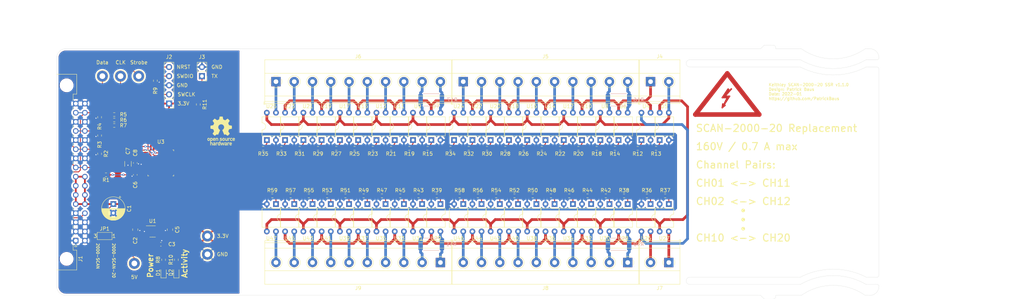
<source format=kicad_pcb>
(kicad_pcb (version 20221018) (generator pcbnew)
  (title_block (title "Keithley SCAN-2000-20 SSR") (date "2022-01-11") (rev "v.1.1.0") (comment 1 "Copyright (©) 2021, Patrick Baus <patrick.baus@physik.tu-darmstadt.de>") (comment 2 "Licensed under CERN OHL v.1.2"))
  (layers (0 "F.Cu" signal) (31 "B.Cu" signal) (34 "B.Paste" user) (35 "F.Paste" user) (36 "B.SilkS" user "B.Silkscreen") (37 "F.SilkS" user "F.Silkscreen") (38 "B.Mask" user) (39 "F.Mask" user) (44 "Edge.Cuts" user))
  (net 0 "")
  (net 1 "GND")
  (net 2 "+5V")
  (net 3 "Net-(C3-Pad1)")
  (net 4 "+3V3")
  (net 5 "/~{NRST}")
  (net 6 "Net-(D1-Pad2)")
  (net 7 "Net-(D2-Pad2)")
  (net 8 "/ID")
  (net 9 "/Microcontroller/SWDIO")
  (net 10 "/Microcontroller/SWCLK")
  (net 11 "Net-(J3-Pad1)")
  (net 12 "/Relays/Input pins/Out_HIGH")
  (net 13 "/Relays/Input pins/Out_LOW")
  (net 14 "Net-(J5-Pad10)")
  (net 15 "Net-(J5-Pad9)")
  (net 16 "Net-(J5-Pad8)")
  (net 17 "Net-(J5-Pad7)")
  (net 18 "Net-(J5-Pad6)")
  (net 19 "Net-(J5-Pad5)")
  (net 20 "Net-(J5-Pad4)")
  (net 21 "Net-(J5-Pad3)")
  (net 22 "Net-(J5-Pad2)")
  (net 23 "Net-(J5-Pad1)")
  (net 24 "Net-(J6-Pad10)")
  (net 25 "Net-(J6-Pad9)")
  (net 26 "Net-(J6-Pad8)")
  (net 27 "Net-(J6-Pad7)")
  (net 28 "Net-(J6-Pad6)")
  (net 29 "Net-(J6-Pad5)")
  (net 30 "Net-(J6-Pad4)")
  (net 31 "Net-(J6-Pad3)")
  (net 32 "Net-(J6-Pad2)")
  (net 33 "Net-(J6-Pad1)")
  (net 34 "Net-(J8-Pad10)")
  (net 35 "Net-(J8-Pad9)")
  (net 36 "Net-(J8-Pad8)")
  (net 37 "Net-(J8-Pad7)")
  (net 38 "Net-(J8-Pad6)")
  (net 39 "Net-(J8-Pad5)")
  (net 40 "Net-(J8-Pad4)")
  (net 41 "Net-(J8-Pad3)")
  (net 42 "Net-(J8-Pad2)")
  (net 43 "Net-(J8-Pad1)")
  (net 44 "Net-(J9-Pad10)")
  (net 45 "Net-(J9-Pad9)")
  (net 46 "Net-(J9-Pad8)")
  (net 47 "Net-(J9-Pad7)")
  (net 48 "Net-(J9-Pad6)")
  (net 49 "Net-(J9-Pad5)")
  (net 50 "Net-(J9-Pad4)")
  (net 51 "Net-(J9-Pad3)")
  (net 52 "Net-(J9-Pad2)")
  (net 53 "Net-(J9-Pad1)")
  (net 54 "/DATA")
  (net 55 "/STROBE")
  (net 56 "/CLK")
  (net 57 "/Microcontroller/DATA")
  (net 58 "/Microcontroller/CLK")
  (net 59 "/Microcontroller/STROBE")
  (net 60 "/Microcontroller/LED")
  (net 61 "/Microcontroller/TX")
  (net 62 "/Microcontroller/Bus2_input_enable")
  (net 63 "Net-(R12-Pad1)")
  (net 64 "Net-(R13-Pad1)")
  (net 65 "/Microcontroller/CH1")
  (net 66 "Net-(R14-Pad1)")
  (net 67 "/Microcontroller/CH6")
  (net 68 "Net-(R15-Pad1)")
  (net 69 "Net-(R18-Pad1)")
  (net 70 "Net-(R19-Pad1)")
  (net 71 "/Microcontroller/CH2")
  (net 72 "Net-(R20-Pad1)")
  (net 73 "/Microcontroller/CH7")
  (net 74 "Net-(R21-Pad1)")
  (net 75 "Net-(R22-Pad1)")
  (net 76 "Net-(R23-Pad1)")
  (net 77 "/Microcontroller/CH3")
  (net 78 "Net-(R24-Pad1)")
  (net 79 "/Microcontroller/CH8")
  (net 80 "Net-(R25-Pad1)")
  (net 81 "Net-(R26-Pad1)")
  (net 82 "Net-(R27-Pad1)")
  (net 83 "/Microcontroller/CH4")
  (net 84 "Net-(R28-Pad1)")
  (net 85 "/Microcontroller/CH9")
  (net 86 "Net-(R29-Pad1)")
  (net 87 "Net-(R30-Pad1)")
  (net 88 "Net-(R31-Pad1)")
  (net 89 "/Microcontroller/CH5")
  (net 90 "Net-(R32-Pad1)")
  (net 91 "/Microcontroller/CH10")
  (net 92 "Net-(R33-Pad1)")
  (net 93 "Net-(R34-Pad1)")
  (net 94 "Net-(R35-Pad1)")
  (net 95 "/Microcontroller/Bus2_sense_enable")
  (net 96 "Net-(R36-Pad1)")
  (net 97 "Net-(R37-Pad1)")
  (net 98 "/Microcontroller/CH11")
  (net 99 "Net-(R38-Pad1)")
  (net 100 "/Microcontroller/CH16")
  (net 101 "Net-(R39-Pad1)")
  (net 102 "Net-(R42-Pad1)")
  (net 103 "Net-(R43-Pad1)")
  (net 104 "/Microcontroller/CH12")
  (net 105 "Net-(R44-Pad1)")
  (net 106 "/Microcontroller/CH17")
  (net 107 "Net-(R45-Pad1)")
  (net 108 "Net-(R46-Pad1)")
  (net 109 "Net-(R47-Pad1)")
  (net 110 "/Microcontroller/CH13")
  (net 111 "Net-(R48-Pad1)")
  (net 112 "/Microcontroller/CH18")
  (net 113 "Net-(R49-Pad1)")
  (net 114 "Net-(R50-Pad1)")
  (net 115 "Net-(R51-Pad1)")
  (net 116 "/Microcontroller/CH14")
  (net 117 "Net-(R52-Pad1)")
  (net 118 "/Microcontroller/CH19")
  (net 119 "Net-(R53-Pad1)")
  (net 120 "Net-(R54-Pad1)")
  (net 121 "Net-(R55-Pad1)")
  (net 122 "/Microcontroller/CH15")
  (net 123 "Net-(R56-Pad1)")
  (net 124 "/Microcontroller/CH20")
  (net 125 "Net-(R57-Pad1)")
  (net 126 "Net-(R58-Pad1)")
  (net 127 "Net-(R59-Pad1)")
  (net 128 "/Relays/Input pins/Bus_HIGH")
  (net 129 "/Relays/Input pins/Bus_LOW")
  (net 130 "/Relays/Input/Sense pins/Sense_HIGH")
  (net 131 "/Relays/Input/Sense pins/Sense_LOW")
  (net 132 "Net-(C6-Pad1)")
  (footprint "Symbol:Symbol_Highvoltage_Type2_CopperTop_Small" (layer "F.Cu") (at 211.836 62.738)
    (fp_text reference "SYM1" hide)
    (fp_text value "SYM_Flash_Small")
  )
  (footprint "TestPoint:TestPoint_Loop_D2.60mm_Drill1.6mm_Beaded" (layer "F.Cu") (at 67.31 100.33)
    (fp_text reference "TP2" hide)
    (fp_text value "TestPoint")
  )
  (footprint "Custom_footprints_project:TerminalBlock_Phoenix_SMKDSN-1,5-10-5.08_1x10_P5.08mm_Horizontal" (layer "F.Cu") (at 138.43 57.404)
    (fp_text reference "J5")
    (fp_text value "Screw_Terminal_01x10")
  )
  (footprint "Custom_footprints_project:TerminalBlock_Phoenix_SMKDSN-1,5-2-5.08_1x02_P5.08mm_Horizontal" (layer "F.Cu") (at 190.5 57.404)
    (fp_text reference "J4")
    (fp_text value "Screw_Terminal_01x02")
  )
  (footprint "Resistor_SMD:R_0603_1608Metric" (layer "F.Cu") (at 64.77 63.754 -90)
    (fp_text reference "R11")
    (fp_text value "330R")
  )
  (footprint "Resistor_SMD:R_0603_1608Metric" (layer "F.Cu") (at 183.134 89.154 180)
    (fp_text reference "R38")
    (fp_text value "330R")
  )
  (footprint "Package_DIP:DIP-4_W7.62mm" (layer "F.Cu") (at 99.06 73.66 90)
    (fp_text reference "U19")
    (fp_text value "TLP3558A")
  )
  (footprint "Resistor_SMD:R_0603_1608Metric" (layer "F.Cu") (at 37.338 67.31 -90)
    (fp_text reference "R4")
    (fp_text value "10k")
  )
  (footprint "Package_DIP:DIP-4_W7.62mm" (layer "F.Cu") (at 168.91 91.44 -90)
    (fp_text reference "U34")
    (fp_text value "TLP3558A")
  )
  (footprint "Resistor_SMD:R_0603_1608Metric" (layer "F.Cu") (at 145.034 75.946 180)
    (fp_text reference "R30")
    (fp_text value "330R")
  )
  (footprint "Capacitor_SMD:C_0603_1608Metric" (layer "F.Cu") (at 54.356 102.616)
    (fp_text reference "C3")
    (fp_text value "100n")
  )
  (footprint "TestPoint:TestPoint_Loop_D2.60mm_Drill1.6mm_Beaded" (layer "F.Cu") (at 48.2 55.88)
    (fp_text reference "TP6" hide)
    (fp_text value "TestPoint")
  )
  (footprint "Connector_PinHeader_2.54mm:PinHeader_1x05_P2.54mm_Vertical" (layer "F.Cu") (at 56.642 63.5 180)
    (fp_text reference "J2")
    (fp_text value "Conn_01x05")
  )
  (footprint "Package_DIP:DIP-4_W7.62mm" (layer "F.Cu") (at 101.6 91.44 -90)
    (fp_text reference "U41")
    (fp_text value "TLP3558A")
  )
  (footprint "Package_DIP:DIP-4_W7.62mm" (layer "F.Cu") (at 148.59 91.44 -90)
    (fp_text reference "U42")
    (fp_text value "TLP3558A")
  )
  (footprint "Resistor_SMD:R_0603_1608Metric" (layer "F.Cu") (at 128.524 75.946 180)
    (fp_text reference "R15")
    (fp_text value "330R")
  )
  (footprint "Package_DIP:DIP-4_W7.62mm" (layer "F.Cu") (at 163.83 91.44 -90)
    (fp_text reference "U36")
    (fp_text value "TLP3558A")
  )
  (footprint "Package_DIP:DIP-4_W7.62mm" (layer "F.Cu") (at 127 91.44 -90)
    (fp_text reference "U31")
    (fp_text value "TLP3558A")
  )
  (footprint "Resistor_SMD:R_0603_1608Metric" (layer "F.Cu") (at 82.804 75.946 180)
    (fp_text reference "R35")
    (fp_text value "330R")
  )
  (footprint "Package_DIP:DIP-4_W7.62mm" (layer "F.Cu") (at 119.38 73.66 90)
    (fp_text reference "U11")
    (fp_text value "TLP3558A")
  )
  (footprint "Package_DIP:DIP-4_W7.62mm" (layer "F.Cu") (at 181.61 73.66 90)
    (fp_text reference "U6")
    (fp_text value "TLP3558A")
  )
  (footprint "Package_DIP:DIP-4_W7.62mm" (layer "F.Cu") (at 146.05 73.66 90)
    (fp_text reference "U20")
    (fp_text value "TLP3558A")
  )
  (footprint "Package_DIP:DIP-4_W7.62mm" (layer "F.Cu") (at 143.51 91.44 -90)
    (fp_text reference "U44")
    (fp_text value "TLP3558A")
  )
  (footprint "Resistor_SMD:R_0603_1608Metric" (layer "F.Cu") (at 152.654 89.154 180)
    (fp_text reference "R52")
    (fp_text value "330R")
  )
  (footprint "Resistor_SMD:R_0603_1608Metric" (layer "F.Cu") (at 87.884 75.946 180)
    (fp_text reference "R33")
    (fp_text value "330R")
  )
  (footprint "Resistor_SMD:R_0603_1608Metric" (layer "F.Cu") (at 131.064 89.154 180)
    (fp_text reference "R39")
    (fp_text value "330R")
  )
  (footprint "Package_DIP:DIP-4_W7.62mm" (layer "F.Cu") (at 166.37 73.66 90)
    (fp_text reference "U12")
    (fp_text value "TLP3558A")
  )
  (footprint "Package_DIP:DIP-4_W7.62mm" (layer "F.Cu") (at 187.96 73.66 90)
    (fp_text reference "U4")
    (fp_text value "TLP3558A")
  )
  (footprint "Package_DIP:DIP-4_W7.62mm" (layer "F.Cu") (at 114.3 73.66 90)
    (fp_text reference "U13")
    (fp_text value "TLP3558A")
  )
  (footprint "Package_DIP:DIP-4_W7.62mm" (layer "F.Cu") (at 176.53 73.66 90)
    (fp_text reference "U8")
    (fp_text value "TLP3558A")
  )
  (footprint "Resistor_SMD:R_0603_1608Metric" (layer "F.Cu") (at 103.124 75.946 180)
    (fp_text reference "R27")
    (fp_text value "330R")
  )
  (footprint "Jumper:SolderJumper-3_P1.3mm_Bridged12_Pad1.0x1.5mm_NumberLabels" (layer "F.Cu") (at 38.735 100.33 180)
    (fp_text reference "JP1")
    (fp_text value "SolderJumper_3_Bridged12")
  )
  (footprint "Resistor_SMD:R_0603_1608Metric" (layer "F.Cu") (at 180.594 75.946 180)
    (fp_text reference "R14")
    (fp_text value "330R")
  )
  (footprint "Package_DIP:DIP-4_W7.62mm" (layer "F.Cu") (at 129.54 73.66 90)
    (fp_text reference "U7")
    (fp_text value "TLP3558A")
  )
  (footprint "LED_SMD:LED_0603_1608Metric" (layer "F.Cu") (at 55.118 110.49 90)
    (fp_text reference "D1")
    (fp_text value "Green")
  )
  (footprint "Resistor_SMD:R_0603_1608Metric" (layer "F.Cu") (at 120.904 89.154 180)
    (fp_text reference "R45")
    (fp_text value "330R")
  )
  (footprint "Package_DIP:DIP-4_W7.62mm" (layer "F.Cu") (at 151.13 73.66 90)
    (fp_text reference "U18")
    (fp_text value "TLP3558A")
  )
  (footprint "Capacitor_SMD:C_0603_1608Metric" (layer "F.Cu") (at 47.244 83.312 -90)
    (fp_text reference "C6")
    (fp_text value "100n")
  )
  (footprint "Resistor_SMD:R_0603_1608Metric" (layer "F.Cu") (at 118.364 75.946 180)
    (fp_text reference "R21")
    (fp_text value "330R")
  )
  (footprint "Capacitor_THT:CP_Radial_D6.3mm_P2.50mm" (layer "F.Cu") (at 41.148 91.44 -90)
    (fp_text reference "C1")
    (fp_text value "10u")
  )
  (footprint "Resistor_SMD:R_0603_1608Metric" (layer "F.Cu") (at 139.954 75.946 180)
    (fp_text reference "R32")
    (fp_text value "330R")
  )
  (footprint "Resistor_SMD:R_0603_1608Metric" (layer "F.Cu") (at 134.874 75.946 180)
    (fp_text reference "R34")
    (fp_text value "330R")
  )
  (footprint "Resistor_SMD:R_0603_1608Metric" (layer "F.Cu") (at 178.054 89.154 180)
    (fp_text reference "R42")
    (fp_text value "330R")
  )
  (footprint "Package_DIP:DIP-4_W7.62mm" (layer "F.Cu") (at 135.89 73.66 90)
    (fp_text reference "U24")
    (fp_text value "TLP3558A")
  )
  (footprint "Resistor_SMD:R_0603_1608Metric" (layer "F.Cu") (at 147.574 89.154 180)
    (fp_text reference "R54")
    (fp_text value "330R")
  )
  (footprint "TestPoint:TestPoint_Loop_D2.60mm_Drill1.6mm_Beaded" (layer "F.Cu") (at 43.15 55.88)
    (fp_text reference "TP5" hide)
    (fp_text value "TestPoint")
  )
  (footprint "Resistor_SMD:R_0603_1608Metric" (layer "F.Cu") (at 98.044 75.946 180)
    (fp_text reference "R29")
    (fp_text value "330R")
  )
  (footprint "Resistor_SMD:R_0603_1608Metric" (layer "F.Cu") (at 170.434 75.946 180)
    (fp_text reference "R20")
    (fp_text value "330R")
  )
  (footprint "Package_DIP:DIP-4_W7.62mm" (layer "F.Cu") (at 96.52 91.44 -90)
    (fp_text reference "U43")
    (fp_text value "TLP3558A")
  )
  (footprint "Resistor_SMD:R_0603_1608Metric" (layer "F.Cu") (at 167.894 89.154 180)
    (fp_text reference "R46")
    (fp_text value "330R")
  )
  (footprint "Resistor_SMD:R_0603_1608Metric" (layer "F.Cu") (at 123.444 75.946 180)
    (fp_text reference "R19")
    (fp_text value "330R")
  )
  (footprint "Symbol:OSHW-Logo_7.5x8mm_SilkScreen" (layer "F.Cu") (at 71.12 71.12)
    (fp_text reference "LOGO2" hide)
    (fp_text value "Logo_Open_Hardware_Small" hide)
  )
  (footprint "Package_QFP:LQFP-32_7x7mm_P0.8mm" (layer "F.Cu") (at 54.356 80.01)
    (fp_text reference "U3")
    (fp_text value "STM32G070KBT6")
  )
  (footprint "Resistor_SMD:R_0603_1608Metric" (layer "F.Cu") (at 37.338 72.39 -90)
    (fp_text reference "R3")
    (fp_text value "10k")
  )
  (footprint "Resistor_SMD:R_0603_1608Metric" (layer "F.Cu") (at 172.974 89.154 180)
    (fp_text reference "R44")
    (fp_text value "330R")
  )
  (footprint "Package_DIP:DIP-4_W7.62mm" (layer "F.Cu") (at 83.82 73.66 90)
    (fp_text reference "U25")
    (fp_text value "TLP3558A")
  )
  (footprint "Resistor_SMD:R_0603_1608Metric" (layer "F.Cu") (at 194.564 89.154 180)
    (fp_text reference "R37")
    (fp_text value "330R")
  )
  (footprint "Package_DIP:DIP-4_W7.62mm" (layer "F.Cu") (at 104.14 73.66 90)
    (fp_text reference "U17")
    (fp_text value "TLP3558A")
  )
  (footprint "Package_DIP:DIP-4_W7.62mm" (layer "F.Cu") (at 171.45 73.66 90)
    (fp_text reference "U10")
    (fp_text value "TLP3558A")
  )
  (footprint "Resistor_SMD:R_0603_1608Metric" (layer "F.Cu") (at 108.204 75.946 180)
    (fp_text reference "R25")
    (fp_text value "330R")
  )
  (footprint "Connector_PinHeader_2.54mm:PinHeader_1x02_P2.54mm_Vertical" (layer "F.Cu") (at 65.786 55.88 180)
    (fp_text reference "J3")
    (fp_text value "Conn_01x02")
  )
  (footprint "Resistor_SMD:R_0603_1608Metric" (layer "F.Cu") (at 52.832 57.15 -90)
    (fp_text reference "R9")
    (fp_text value "10k")
  )
  (footprint "Package_DIP:DIP-4_W7.62mm" (layer "F.Cu") (at 158.75 91.44 -90)
    (fp_text reference "U38")
    (fp_text value "TLP3558A")
  )
  (footprint "Resistor_SMD:R_0603_1608Metric" (layer "F.Cu") (at 90.424 89.154 180)
    (fp_text reference "R57")
    (fp_text value "330R")
  )
  (footprint "Package_DIP:DIP-4_W7.62mm" (layer "F.Cu") (at 109.22 73.66 90)
    (fp_text reference "U15")
    (fp_text value "TLP3558A")
  )
  (footprint "Capacitor_SMD:C_0805_2012Metric" (layer "F.Cu") (at 56.896 98.552 -90)
    (fp_text reference "C5")
    (fp_text value "1u")
  )
  (footprint "Package_DIP:DIP-4_W7.62mm" (layer "F.Cu") (at 193.04 73.66 90)
    (fp_text reference "U5")
    (fp_text value "TLP3558A")
  )
  (footprint "Resistor_SMD:R_0603_1608Metric" (layer "F.Cu") (at 37.338 77.47 -90)
    (fp_text reference "R2")
    (fp_text value "10k")
  )
  (footprint "Package_DIP:DIP-4_W7.62mm" (layer "F.Cu") (at 111.76 91.44 -90)
    (fp_text reference "U37")
    (fp_text value "TLP3558A")
  )
  (footprint "Resistor_SMD:R_0603_1608Metric" (layer "F.Cu") (at 55.118 106.934 -90)
    (fp_text reference "R8")
    (fp_text value "330R")
  )
  (footprint "Resistor_SMD:R_0603_1608Metric" (layer "F.Cu") (at 113.284 75.946 180)
    (fp_text reference "R23")
    (fp_text value "330R")
  )
  (footprint "Resistor_SMD:R_0603_1608Metric" (layer "F.Cu") (at 100.584 89.154 180)
    (fp_text reference "R53")
    (fp_text value "330R")
  )
  (footprint "Resistor_SMD:R_0603_1608Metric" (layer "F.Cu") (at 192.024 75.946 180)
    (fp_text reference "R13")
    (fp_text value "330R")
  )
  (footprint "Resistor_SMD:R_0603_1608Metric" (layer "F.Cu") (at 150.114 75.946 180)
    (fp_text reference "R28")
    (fp_text value "330R")
  )
  (footprint "Resistor_SMD:R_0603_1608Metric" (layer "F.Cu") (at 41.402 66.548 180)
    (fp_text reference "R5")
    (fp_text value "330R")
  )
  (footprint "Package_DIP:DIP-4_W7.62mm" (layer "F.Cu") (at 140.97 73.66 90)
    (fp_text reference "U22")
    (fp_text value "TLP3558A")
  )
  (footprint "Resistor_SMD:R_0603_1608Metric" (layer "F.Cu") (at 175.514 75.946 180)
    (fp_text reference "R18")
    (fp_text value "330R")
  )
  (footprint "Package_DIP:DIP-4_W7.62mm" (layer "F.Cu") (at 121.92 91.44 -90)
    (fp_text reference "U33")
    (fp_text value "TLP3558A")
  )
  (footprint "Resistor_SMD:R_0603_1608Metric" (layer "F.Cu") (at 162.814 89.154 180)
    (fp_text reference "R48")
    (fp_text value "330R")
  )
  (footprint "Connector_DIN:DIN41612_B2_2x16_Male_Horizontal_THT" (layer "F.Cu") (at 30.7 101.60508 90)
    (fp_text reference "J1")
    (fp_text value "Conn_02x16_Row_Letter_First")
  )
  (footprint "Package_DIP:DIP-4_W7.62mm" (layer "F.Cu") (at 88.9 73.66 90)
    (fp_text reference "U23")
    (fp_text value "TLP3558A")
  )
  (footprint "Package_DIP:DIP-4_W7.62mm" (layer "F.Cu") (at 106.68 91.44 -90)
    (fp_text reference "U39")
    (fp_text value "TLP3558A")
  )
  (footprint "Resistor_SMD:R_0603_1608Metric" (layer "F.Cu") (at 85.344 89.154 180)
    (fp_text reference "R59")
    (fp_text value "330R")
  )
  (footprint "Package_DIP:DIP-4_W7.62mm" (layer "F.Cu") (at 86.36 91.44 -90)
    (fp_text reference "U47")
    (fp_text value "TLP3558A")
  )
  (footprint "Capacitor_SMD:C_0805_2012Metric" (layer "F.Cu") (at 47.244 98.552 -90)
    (fp_text reference "C2")
    (fp_text value "1u")
  )
  (footprint "Package_DIP:DIP-4_W7.62mm" (layer "F.Cu") (at 138.43 91.44 -90)
    (fp_text reference "U46")
    (fp_text value "TLP3558A")
  )
  (footprint "TestPoint:TestPoint_Loop_D2.60mm_Drill1.6mm_Beaded" (layer "F.Cu") (at 46.99 107.95)
    (fp_text reference "TP1" hide)
    (fp_text value "TestPoint")
  )
  (footprint "Capacitor_SMD:C_0603_1608Metric" (layer "F.Cu") (at 47.244 80.01 -90)
    (fp_text reference "C8")
    (fp_text value "100n")
  )
  (footprint "Custom_footprints_project:TerminalBlock_Phoenix_SMKDSN-1,5-2-5.08_1x02_P5.08mm_Horizontal" (layer "F.Cu") (at 195.58 107.696 180)
    (fp_text reference "J7")
    (fp_text value "Screw_Terminal_01x02")
  )
  (footprint "Custom_footprints_project:TerminalBlock_Phoenix_SMKDSN-1,5-10-5.08_1x10_P5.08mm_Horizontal" (layer "F.Cu") (at 132.08 107.696 180)
    (fp_text reference "J9")
    (fp_text value "Screw_Terminal_01x10")
  )
  (footprint "Capacitor_SMD:C_1206_3216Metric" (layer "F.Cu") (at 45.212 80.264 -90)
    (fp_text reference "C7")
    (fp_text value "4.7u")
  )
  (footprint "TestPoint:TestPoint_Loop_D2.60mm_Drill1.6mm_Beaded" (layer "F.Cu") (at 67.31 105.41)
    (fp_text reference "TP3" hide)
    (fp_text value "TestPoint")
  )
  (footprint "Package_DIP:DIP-4_W7.62mm" (layer "F.Cu") (at 156.21 73.66 90)
    (fp_text reference "U16")
    (fp_text value "TLP3558A")
  )
  (footprint "Package_DIP:DIP-4_W7.62mm" (layer "F.Cu") (at 116.84 91.44 -90)
    (fp_text reference "U35")
    (fp_text value "TLP3558A")
  )
  (footprint "Package_DIP:DIP-4_W7.62mm" (layer "F.Cu") (at 124.46 73.66 90)
    (fp_text reference "U9")
    (fp_text value "TLP3558A")
  )
  (footprint "Resistor_SMD:R_0603_1608Metric" (layer "F.Cu") (at 137.414 89.154 180)
    (fp_text reference "R58")
    (fp_text value "330R")
  )
  (footprint "LED_SMD:LED_0603_1608Metric" (layer "F.Cu") (at 58.674 110.49 90)
    (fp_text reference "D2")
    (fp_text value "Green")
  )
  (footprint "Resistor_SMD:R_0603_1608Metric" (layer "F.Cu") (at 41.402 68.072 180)
    (fp_text reference "R6")
    (fp_text value "330R")
  )
  (footprint "Resistor_SMD:R_0603_1608Metric" (layer "F.Cu") (at 142.494 89.154 180)
    (fp_text reference "R56")
    (fp_text value "330R")
  )
  (footprint "Resistor_SMD:R_0603_1608Metric" (layer "F.Cu") (at 95.504 89.154 180)
    (fp_text reference "R55")
    (fp_text value "330R")
  )
  (footprint "Package_DIP:DIP-4_W7.62mm" (layer "F.Cu") (at 93.98 73.66 90)
    (fp_text reference "U21")
    (fp_text value "TLP3558A")
  )
  (footprint "Resistor_SMD:R_0603_1608Metric" (layer "F.Cu") (at 105.664 89.154 180)
    (fp_text reference "R51")
    (fp_text value "330R")
  )
  (footprint "Resistor_SMD:R_0603_1608Metric" (layer "F.Cu") (at 92.964 75.946 180)
    (fp_text reference "R31")
    (fp_text value "330R")
  )
  (footprint "Package_DIP:DIP-4_W7.62mm" (layer "F.Cu") (at 184.15 91.44 -90)
    (fp_text reference "U28")
    (fp_text value "TLP3558A")
  )
  (footprint "Package_DIP:DIP-4_W7.62mm" (layer "F.Cu") (at 132.08 91.44 -90)
    (fp_text reference "U29")
    (fp_text value "TLP3558A")
  )
  (footprint "Resistor_SMD:R_0603_1608Metric" (layer "F.Cu") (at 110.744 89.154 180)
    (fp_text reference "R49")
    (fp_text value "330R")
  )
  (footprint "Package_DIP:DIP-4_W7.62mm" (layer "F.Cu") (at 153.67 91.44 -90)
    (fp_text reference "U40")
    (fp_text value "TLP3558A")
  )
  (footprint "Resistor_SMD:R_0603_1608Metric" (layer "F.Cu") (at 125.984 89.154 180)
    (fp_text reference "R43")
    (fp_text value "330R")
  )
  (footprint "Package_TO_SOT_SMD:SOT-23-5" (layer "F.Cu") (at 52.07 99.06)
    (fp_text reference "U1")
    (fp_text value "TPS73233DBVR")
  )
  (footprint "Package_DIP:DIP-4_W7.62mm" (layer "F.Cu") (at 91.44 91.44 -90)
    (fp_text reference "U45")
    (fp_text value "TLP3558A")
  )
  (footprint "Resistor_SMD:R_0603_1608Metric" (layer "F.Cu") (at 115.824 89.154 180)
    (fp_text reference "R47")
    (fp_text value "330R")
  )
  (footprint "Package_DIP:DIP-4_W7.62mm" (layer "F.Cu") (at 161.29 73.66 90)
    (fp_text reference "U14")
    (fp_text value "TLP3558A")
  )
  (footprint "Package_DIP:DIP-4_W7.62mm" (layer "F.Cu") (at 190.5 91.44 -90)
    (fp_text reference "U26")
    (fp_text value "TLP3558A")
  )
  (footprint "Resistor_SMD:R_0603_1608Metric" (layer "F.Cu") (at 155.194 75.946 180)
    (fp_text reference "R26")
    (fp_text value "330R")
  )
  (footprint "Package_DIP:DIP-4_W7.62mm" (layer "F.Cu") (at 173.99 91.44 -90)
    (fp_text reference "U32")
    (fp_text value "TLP3558A")
  )
  (footprint "Resistor_SMD:R_0603_1608Metric" (layer "F.Cu") (at 189.484 89.154 180)
    (fp_text reference "R36")
    (fp_text value "330R")
  )
  (footprint "Package_DIP:DIP-4_W7.62mm" (layer "F.Cu") (at 179.07 91.44 -90)
    (fp_text reference "U30")
    (fp_text value "TLP3558A")
  )
  (footprint "Resistor_SMD:R_0603_1608Metric" (layer "F.Cu") (at 157.734 89.154 180)
    (fp_text reference "R50")
    (fp_text value "330R")
  )
  (footprint "Resistor_SMD:R_0603_1608Metric" (layer "F.Cu") (at 186.944 75.946 180)
    (fp_text reference "R12")
    (fp_text value "330R")
  )
  (footprint "Resistor_SMD:R_0603_1608Metric" (layer "F.Cu") (at 58.674 106.934 -90)
    (fp_text reference "R10")
    (fp_text value "330R")
  )
  (footprint "Resistor_SMD:R_0603_1608Metric" (layer "F.Cu") (at 160.274 75.946 180)
    (fp_text reference "R24")
    (fp_text value "330R")
  )
  (footprint "Resistor_SMD:R_0603_1608Metric" (layer "F.Cu") (at 41.402 69.596 180)
    (fp_text reference "R7")
    (fp_text value "330R")
  )
  (footprint "Resistor_SMD:R_0603_1608Metric" (layer "F.Cu") (at 165.354 75.946 180)
    (fp_text reference "R22")
    (fp_text value "330R")
  )
  (footprint "Custom_footprints_project:TerminalBlock_Phoenix_SMKDSN-1,5-10-5.08_1x10_P5.08mm_Horizontal" (layer "F.Cu") (at 184.15 107.696 180)
    (fp_text reference "J8")
    (fp_text value "Screw_Terminal_01x10")
  )
  (footprint "TestPoint:TestPoint_Loop_D2.60mm_Drill1.6mm_Beaded" (layer "F.Cu") (at 38.1 55.88)
    (fp_text reference "TP4" hide)
    (fp_text value "TestPoint")
  )
  (footprint "Package_DIP:DIP-4_W7.62mm" (layer "F.Cu") (at 195.58 91.44 -90)
    (fp_text reference "U27")
    (fp_text value "TLP3558A")
  )
  (footprint "Custom_footprints_project:TerminalBlock_Phoenix_SMKDSN-1,5-10-5.08_1x10_P5.08mm_Horizontal" (layer "F.Cu") (at 86.36 57.404)
    (fp_text reference "J6")
    (fp_text value "Screw_Terminal_01x10")
  )
  (footprint "Resistor_SMD:R_0603_1608Metric" (layer "F.Cu") (at 39.116 83.312 180)
    (fp_text reference "R1")
    (fp_text value "330R")
  )
  (footprint "Resistor_SMD:R_2512_6332Metric" (layer "B.Cu") (at 181.61 102.616)
    (fp_text reference "R40")
    (fp_text value "2m")
  )
  (footprint "Resistor_SMD:R_2512_6332Metric" (layer "B.Cu") (at 129.54 102.616)
    (fp_text reference "R41")
    (fp_text value "2m")
  )
  (footprint "Resistor_SMD:R_2512_6332Metric" (layer "B.Cu") (at 181.61 62.484)
    (fp_text reference "R16")
    (fp_text value "2m")
  )
  (footprint "Resistor_SMD:R_2512_6332Metric" (layer "B.Cu") (at 129.54 62.484)
    (fp_text reference "R17")
    (fp_text value "2m")
  )
  (gr_circle (center 216.2556 93.218) (end 216.5096 93.218) (stroke (width 0.508)) (fill none) (layer "F.SilkS"))
  (gr_circle (center 216.2556 98.298) (end 216.5096 98.298) (stroke (width 0.508)) (fill none) (layer "F.SilkS"))
  (gr_circle (center 216.2556 95.758) (end 216.5096 95.758) (stroke (width 0.508)) (fill none) (layer "F.SilkS"))
  (gr_line (start 222.123 47.244) (end 224.536 47.244) (stroke (width 0.05)) (layer "Edge.Cuts"))
  (gr_line (start 27.94 48.26) (end 221.107 48.26) (stroke (width 0.05)) (layer "Edge.Cuts"))
  (gr_line (start 250.192516 48.261761) (end 251.462516 48.261761) (stroke (width 0.05)) (layer "Edge.Cuts"))
  (gr_arc (start 27.94 116.84) (mid 26.143949 116.096051) (end 25.4 114.3) (stroke (width 0.05)) (layer "Edge.Cuts"))
  (gr_line (start 225.298 48.26) (end 225.298 48.006) (stroke (width 0.05)) (layer "Edge.Cuts"))
  (gr_line (start 221.107 48.26) (end 222.123 47.244) (stroke (width 0.05)) (layer "Edge.Cuts"))
  (gr_arc (start 201.422 113.792) (mid 200.406 112.776) (end 201.422 111.76) (stroke (width 0.05)) (layer "Edge.Cuts"))
  (gr_line (start 250.444 113.792) (end 253.492 113.792) (stroke (width 0.05)) (layer "Edge.Cuts"))
  (gr_arc (start 224.536 47.244) (mid 225.074815 47.467185) (end 225.298 48.006) (stroke (width 0.05)) (layer "Edge.Cuts"))
  (gr_arc (start 253.492 113.792) (mid 253.85059 113.940171) (end 253.999997 114.298248) (stroke (width 0.05)) (layer "Edge.Cuts"))
  (gr_line (start 254 111.252) (end 254 53.848) (stroke (width 0.05)) (layer "Edge.Cuts"))
  (gr_line (start 250.444 53.34) (end 253.492 53.34) (stroke (width 0.05)) (layer "Edge.Cuts"))
  (gr_line (start 25.4 114.3) (end 25.4 50.8) (stroke (width 0.05)) (layer "Edge.Cuts"))
  (gr_arc (start 253.999997 50.801752) (mid 253.85059 51.159829) (end 253.492 51.308) (stroke (width 0.05)) (layer "Edge.Cuts"))
  (gr_line (start 250.444 51.308) (end 253.492 51.308) (stroke (width 0.05)) (layer "Edge.Cuts"))
  (gr_arc (start 232.41 116.84) (mid 241.3 114.037674) (end 250.19 116.84) (stroke (width 0.05)) (layer "Edge.Cuts"))
  (gr_arc (start 250.444 51.308) (mid 241.3 53.770224) (end 232.156 51.308) (stroke (width 0.05)) (layer "Edge.Cuts"))
  (gr_arc (start 251.462516 48.261761) (mid 253.257657 49.005876) (end 253.999997 50.801752) (stroke (width 0.05)) (layer "Edge.Cuts"))
  (gr_line (start 27.94 116.84) (end 221.1166 116.84) (stroke (width 0.05)) (layer "Edge.Cuts"))
  (gr_line (start 225.298 116.84) (end 232.41 116.84) (stroke (width 0.05)) (layer "Edge.Cuts"))
  (gr_arc (start 201.422 53.34) (mid 200.406 52.324) (end 201.422 51.308) (stroke (width 0.05)) (layer "Edge.Cuts"))
  (gr_line (start 222.123 117.856) (end 224.536 117.856) (stroke (width 0.05)) (layer "Edge.Cuts"))
  (gr_line (start 201.422 51.308) (end 232.156 51.308) (stroke (width 0.05)) (layer "Edge.Cuts"))
  (gr_arc (start 253.999997 114.298248) (mid 253.256669 116.095431) (end 251.46 116.84) (stroke (width 0.05)) (layer "Edge.Cuts"))
  (gr_line (start 201.422 111.76) (end 232.156 111.76) (stroke (width 0.05)) (layer "Edge.Cuts"))
  (gr_arc (start 250.192516 48.261761) (mid 241.30098 51.064087) (end 232.41 48.26) (stroke (width 0.05)) (layer "Edge.Cuts"))
  (gr_line (start 250.19 116.84) (end 251.46 116.84) (stroke (width 0.05)) (layer "Edge.Cuts"))
  (gr_arc (start 25.4 50.8) (mid 26.143949 49.003949) (end 27.94 48.26) (stroke (width 0.05)) (layer "Edge.Cuts"))
  (gr_arc (start 254 111.252) (mid 253.85121 111.61121) (end 253.492 111.76) (stroke (width 0.05)) (layer "Edge.Cuts"))
  (gr_arc (start 253.492 53.34) (mid 253.85121 53.48879) (end 254 53.848) (stroke (width 0.05)) (layer "Edge.Cuts"))
  (gr_arc (start 232.156 111.76) (mid 241.3 109.546473) (end 250.444 111.76) (stroke (width 0.05)) (layer "Edge.Cuts"))
  (gr_arc (start 250.444 53.34) (mid 241.3 55.553527) (end 232.156 53.34) (stroke (width 0.05)) (layer "Edge.Cuts"))
  (gr_line (start 225.298 117.094) (end 225.298 116.84) (stroke (width 0.05)) (layer "Edge.Cuts"))
  (gr_line (start 250.444 111.76) (end 253.492 111.76) (stroke (width 0.05)) (layer "Edge.Cuts"))
  (gr_line (start 201.422 113.792) (end 232.156 113.792) (stroke (width 0.05)) (layer "Edge.Cuts"))
  (gr_line (start 225.298 48.26) (end 232.41 48.26) (stroke (width 0.05)) (layer "Edge.Cuts"))
  (gr_line (start 201.422 53.34) (end 232.156 53.34) (stroke (width 0.05)) (layer "Edge.Cuts"))
  (gr_arc (start 225.298 117.094) (mid 225.074815 117.632815) (end 224.536 117.856) (stroke (width 0.05)) (layer "Edge.Cuts"))
  (gr_arc (start 232.156 113.792) (mid 241.3 111.329776) (end 250.444 113.792) (stroke (width 0.05)) (layer "Edge.Cuts"))
  (gr_line (start 221.1166 116.84) (end 222.123 117.856) (stroke (width 0.05)) (layer "Edge.Cuts"))
  (gr_text "Keithley SCAN-2000-20 SSR v1.1.0\nDesign: Patrick Baus\nDate: 2022-01\nhttps://github.com/PatrickBaus" (at 223.266 60.198) (layer "F.SilkS") (effects (font (size 0.8 0.8)) (justify left)))
  (gr_text "CH02 <-> CH12" (at 202.946 90.678) (layer "F.SilkS") (effects (font (size 2 2) (thickness 0.3)) (justify left)))
  (gr_text "SCAN-2000-20 Replacement" (at 202.946 70.358) (layer "F.SilkS") (effects (font (size 2 2) (thickness 0.3)) (justify left)))
  (gr_text "CH01 <-> CH11" (at 202.946 85.598) (layer "F.SilkS") (effects (font (size 2 2) (thickness 0.3)) (justify left)))
  (gr_text "2000-SCAN-20" (at 41.275 102.235 270) (layer "F.SilkS") (effects (font (size 0.8 0.8)) (justify left)))
  (gr_text "Data" (at 38.1 52.07) (layer "F.SilkS") (effects (font (size 1 1))))
  (gr_text "Activity" (at 60.96 107.95 90) (layer "F.SilkS") (effects (font (size 1.5 1.5) (thickness 0.3))))
  (gr_text "160V / 0.7 A max" (at 202.946 75.438) (layer "F.SilkS") (effects (font (size 2 2) (thickness 0.3)) (justify left)))
  (gr_text "CLK" (at 43.18 52.07) (layer "F.SilkS") (effects (font (size 1 1))))
  (gr_text "3.3V" (at 69.85 100.33) (layer "F.SilkS") (effects (font (size 1 1)) (justify left)))
  (gr_text "GND" (at 68.326 53.34) (layer "F.SilkS") (effects (font (size 1 1)) (justify left)))
  (gr_text "5V" (at 46.99 111.76) (layer "F.SilkS") (effects (font (size 1 1))))
  (gr_text "GND" (at 69.85 105.41) (layer "F.SilkS") (effects (font (size 1 1)) (justify left)))
  (gr_text "TX" (at 68.326 55.88) (layer "F.SilkS") (effects (font (size 1 1)) (justify left)))
  (gr_text "2000-SCAN" (at 36.83 102.235 -90) (layer "F.SilkS") (effects (font (size 0.8 0.8)) (justify left)))
  (gr_text "Channel Pairs:" (at 202.946 80.518) (layer "F.SilkS") (effects (font (size 2 2) (thickness 0.3)) (justify left)))
  (gr_text "CH10 <-> CH20" (at 202.946 100.838) (layer "F.SilkS") (effects (font (size 2 2) (thickness 0.3)) (justify left)))
  (gr_text "Power" (at 51.435 108.585 90) (layer "F.SilkS") (effects (font (size 1.5 1.5) (thickness 0.3))))
  (gr_text "Strobe" (at 48.26 52.07) (layer "F.SilkS") (effects (font (size 1 1))))
  (gr_text "GND" (at 58.674 58.42) (layer "F.SilkS") (effects (font (size 1 1)) (justify left)))
  (gr_text "SWDIO" (at 58.674 55.88) (layer "F.SilkS") (effects (font (size 1 1)) (justify left)))
  (gr_text "SWCLK" (at 58.928 60.96) (layer "F.SilkS") (effects (font (size 1 1)) (justify left)))
  (gr_text "NRST" (at 58.674 53.34) (layer "F.SilkS") (effects (font (size 1 1)) (justify left)))
  (gr_text "3.3V" (at 58.928 63.5) (layer "F.SilkS") (effects (font (size 1 1)) (justify left)))
  (segment (start 47.244 99.502) (end 47.818 99.502) (width 0.5) (layer "F.Cu") (net 1))
  (segment (start 45.212 81.739) (end 45.212 80.645) (width 0.25) (layer "F.Cu") (net 1))
  (segment (start 37.338 73.215) (end 36.893 73.215) (width 0.25) (layer "F.Cu") (net 1))
  (segment (start 47.244 84.087) (end 46.749 84.087) (width 0.25) (layer "F.Cu") (net 1))
  (segment (start 36.893 68.135) (end 37.338 68.135) (width 0.25) (layer "F.Cu") (net 1))
  (segment (start 55.131 102.121) (end 54.61 101.6) (width 0.25) (layer "F.Cu") (net 1))
  (segment (start 46.749 84.087) (end 46.355 83.693) (width 0.25) (layer "F.Cu") (net 1))
  (segment (start 50.97 99.06) (end 49.784 99.06) (width 0.5) (layer "F.Cu") (net 1))
  (segment (start 58.1915 111.2775) (end 57.658 110.744) (width 0.25) (layer "F.Cu") (net 1))
  (segment (start 58.674 111.2775) (end 58.1915 111.2775) (width 0.25) (layer "F.Cu") (net 1))
  (segment (start 36.322 77.724) (end 36.893 78.295) (width 0.25) (layer "F.Cu") (net 1))
  (segment (start 55.6005 111.2775) (end 56.134 110.744) (width 0.25) (layer "F.Cu") (net 1))
  (segment (start 55.118 111.2775) (end 55.6005 111.2775) (width 0.25) (layer "F.Cu") (net 1))
  (segment (start 56.322 99.502) (end 55.626 98.806) (width 0.5) (layer "F.Cu") (net 1))
  (segment (start 36.893 78.295) (end 37.338 78.295) (width 0.25) (layer "F.Cu") (net 1))
  (segment (start 48.895 80.391) (end 50.162 80.391) (width 0.25) (layer "F.Cu") (net 1))
  (segment (start 36.893 73.215) (end 36.322 72.644) (width 0.25) (layer "F.Cu") (net 1))
  (segment (start 50.162 80.391) (end 50.181 80.41) (width 0.25) (layer "F.Cu") (net 1))
  (segment (start 47.818 99.502) (end 48.514 98.806) (width 0.5) (layer "F.Cu") (net 1))
  (segment (start 36.322 67.564) (end 36.893 68.135) (width 0.25) (layer "F.Cu") (net 1))
  (segment (start 47.612 80.785) (end 48.133 80.264) (width 0.25) (layer "F.Cu") (net 1))
  (segment (start 56.896 99.502) (end 56.322 99.502) (width 0.5) (layer "F.Cu") (net 1))
  (segment (start 47.244 80.785) (end 47.612 80.785) (width 0.25) (layer "F.Cu") (net 1))
  (segment (start 55.131 102.616) (end 55.131 102.121) (width 0.25) (layer "F.Cu") (net 1))
  (segment (start 53.485 57.975) (end 53.9 57.56) (width 0.25) (layer "F.Cu") (net 1))
  (segment (start 52.832 57.975) (end 53.485 57.975) (width 0.25) (layer "F.Cu") (net 1))
  (via (at 48.895 80.391) (size 0.6) (drill 0.3) (layers "F.Cu" "B.Cu") (net 1))
  (via (at 49.784 99.06) (size 0.6) (drill 0.3) (layers "F.Cu" "B.Cu") (net 1))
  (via (at 55.626 98.806) (size 0.6) (drill 0.3) (layers "F.Cu" "B.Cu") (net 1))
  (via (at 48.514 98.806) (size 0.6) (drill 0.3) (layers "F.Cu" "B.Cu") (net 1))
  (via (at 57.658 110.744) (size 0.6) (drill 0.3) (layers "F.Cu" "B.Cu") (net 1))
  (via (at 36.322 67.564) (size 0.6) (drill 0.3) (layers "F.Cu" "B.Cu") (net 1))
  (via (at 54.61 101.6) (size 0.6) (drill 0.3) (layers "F.Cu" "B.Cu") (net 1))
  (via (at 56.134 110.744) (size 0.6) (drill 0.3) (layers "F.Cu" "B.Cu") (net 1))
  (via (at 36.322 72.644) (size 0.6) (drill 0.3) (layers "F.Cu" "B.Cu") (net 1))
  (via (at 46.355 83.693) (size 0.6) (drill 0.3) (layers "F.Cu" "B.Cu") (net 1))
  (via (at 36.322 77.724) (size 0.6) (drill 0.3) (layers "F.Cu" "B.Cu") (net 1))
  (via (at 48.133 80.264) (size 0.6) (drill 0.3) (layers "F.Cu" "B.Cu") (net 1))
  (via (at 45.212 80.645) (size 0.6) (drill 0.3) (layers "F.Cu" "B.Cu") (net 1))
  (via (at 53.9 57.56) (size 0.6) (drill 0.3) (layers "F.Cu" "B.Cu") (net 1))
  (segment (start 33.24 83.82508) (end 33.24 86.36508) (width 0.5) (layer "F.Cu") (net 2))
  (segment (start 41.148 91.44) (end 43.942 91.44) (width 0.5) (layer "F.Cu") (net 2))
  (segment (start 41.14292 91.44508) (end 41.148 91.44) (width 0.5) (layer "F.Cu") (net 2))
  (segment (start 37.435 95.153) (end 41.148 91.44) (width 0.25) (layer "F.Cu") (net 2))
  (segment (start 52.07 99.568) (end 52.07 98.552) (width 0.5) (layer "F.Cu") (net 2))
  (segment (start 33.24 86.36508) (end 33.24 88.90508) (width 0.5) (layer "F.Cu") (net 2))
  (segment (start 30.7 83.82508) (end 33.24 83.82508) (width 0.5) (layer "F.Cu") (net 2))
  (segment (start 46.162 97.602) (end 47.244 97.602) (width 0.25) (layer "F.Cu") (net 2))
  (segment (start 47.244 94.742) (end 47.244 97.602) (width 0.5) (layer "F.Cu") (net 2))
  (segment (start 46.99 107.95) (end 46.99 106.426) (width 0.25) (layer "F.Cu") (net 2))
  (segment (start 30.7 91.44508) (end 30.7 88.90508) (width 0.5) (layer "F.Cu") (net 2))
  (segment (start 30.7 86.36508) (end 30.7 88.90508) (width 0.5) (layer "F.Cu") (net 2))
  (segment (start 46.99 106.426) (end 45.466 104.902) (width 0.25) (layer "F.Cu") (net 2))
  (segment (start 30.7 83.82508) (end 30.7 86.36508) (width 0.5) (layer "F.Cu") (net 2))
  (segment (start 50.97 100.01) (end 51.628 100.01) (width 0.5) (layer "F.Cu") (net 2))
  (segment (start 37.435 100.33) (end 37.435 95.153) (width 0.25) (layer "F.Cu") (net 2))
  (segment (start 43.942 91.44) (end 47.244 94.742) (width 0.5) (layer "F.Cu") (net 2))
  (segment (start 45.466 104.902) (end 45.466 98.298) (width 0.25) (layer "F.Cu") (net 2))
  (segment (start 49.85 98.11) (end 49.342 97.602) (width 0.5) (layer "F.Cu") (net 2))
  (segment (start 51.628 100.01) (end 52.07 99.568) (width 0.5) (layer "F.Cu") (net 2))
  (segment (start 33.24 91.44508) (end 41.14292 91.44508) (width 0.5) (layer "F.Cu") (net 2))
  (segment (start 33.24 91.44508) (end 33.24 88.90508) (width 0.5) (layer "F.Cu") (net 2))
  (segment (start 52.07 98.552) (end 51.628 98.11) (width 0.5) (layer "F.Cu") (net 2))
  (segment (start 30.7 91.44508) (end 33.24 91.44508) (width 0.5) (layer "F.Cu") (net 2))
  (segment (start 51.628 98.11) (end 50.97 98.11) (width 0.5) (layer "F.Cu") (net 2))
  (segment (start 49.342 97.602) (end 47.244 97.602) (width 0.5) (layer "F.Cu") (net 2))
  (segment (start 45.466 98.298) (end 46.162 97.602) (width 0.25) (layer "F.Cu") (net 2))
  (segment (start 50.97 98.11) (end 49.85 98.11) (width 0.5) (layer "F.Cu") (net 2))
  (segment (start 53.581 101.333) (end 53.581 102.616) (width 0.25) (layer "F.Cu") (net 3))
  (segment (start 53.17 100.01) (end 53.17 100.922) (width 0.25) (layer "F.Cu") (net 3))
  (segment (start 53.17 100.922) (end 53.581 101.333) (width 0.25) (layer "F.Cu") (net 3))
  (segment (start 46.596 79.235) (end 47.244 79.235) (width 0.5) (layer "F.Cu") (net 4))
  (segment (start 46.15 78.789) (end 46.596 79.235) (width 0.5) (layer "F.Cu") (net 4))
  (segment (start 48.622 79.61) (end 48.247 79.235) (width 0.25) (layer "F.Cu") (net 4))
  (segment (start 57.724 97.602) (end 56.896 97.602) (width 0.25) (layer "F.Cu") (net 4))
  (segment (start 55.052 97.602) (end 56.896 97.602) (width 0.5) (layer "F.Cu") (net 4))
  (segment (start 55.118 106.109) (end 55.118 105.41) (width 0.25) (layer "F.Cu") (net 4))
  (segment (start 54.544 98.11) (end 55.052 97.602) (width 0.5) (layer "F.Cu") (net 4))
  (segment (start 48.247 79.235) (end 47.244 79.235) (width 0.25) (layer "F.Cu") (net 4))
  (segment (start 58.166 102.362) (end 58.166 98.044) (width 0.25) (layer "F.Cu") (net 4))
  (segment (start 58.166 98.044) (end 57.724 97.602) (width 0.25) (layer "F.Cu") (net 4))
  (segment (start 55.118 105.41) (end 58.166 102.362) (width 0.25) (layer "F.Cu") (net 4))
  (segment (start 53.17 98.11) (end 54.544 98.11) (width 0.5) (layer "F.Cu") (net 4))
  (segment (start 50.181 79.61) (end 48.622 79.61) (width 0.25) (layer "F.Cu") (net 4))
  (segment (start 45.212 78.789) (end 46.15 78.789) (width 0.5) (layer "F.Cu") (net 4))
  (segment (start 36.852 83.312) (end 38.291 83.312) (width 0.25) (layer "F.Cu") (net 5))
  (segment (start 37.084 52.832) (end 28.702 61.214) (width 0.25) (layer "F.Cu") (net 5))
  (segment (start 56.642 53.34) (end 51.08 53.34) (width 0.25) (layer "F.Cu") (net 5))
  (segment (start 51.08 53.34) (end 50.572 52.832) (width 0.25) (layer "F.Cu") (net 5))
  (segment (start 34.82508 81.28508) (end 36.852 83.312) (width 0.25) (layer "F.Cu") (net 5))
  (segment (start 28.702 79.28708) (end 30.7 81.28508) (width 0.25) (layer "F.Cu") (net 5))
  (segment (start 28.702 61.214) (end 28.702 79.28708) (width 0.25) (layer "F.Cu") (net 5))
  (segment (start 50.572 52.832) (end 37.084 52.832) (width 0.25) (layer "F.Cu") (net 5))
  (segment (start 33.24 81.28508) (end 34.82508 81.28508) (width 0.25) (layer "F.Cu") (net 5))
  (segment (start 30.7 81.28508) (end 33.24 81.28508) (width 0.25) (layer "B.Cu") (net 5))
  (segment (start 55.118 109.7025) (end 55.118 107.759) (width 0.25) (layer "F.Cu") (net 6))
  (segment (start 58.674 107.759) (end 58.674 109.7025) (width 0.25) (layer "F.Cu") (net 7))
  (segment (start 29.845 95.25) (end 31.97508 95.25) (width 0.25) (layer "F.Cu") (net 8))
  (segment (start 31.97508 95.25) (end 33.24 93.98508) (width 0.25) (layer "F.Cu") (net 8))
  (segment (start 30.48 104.14) (end 29.21 102.87) (width 0.25) (layer "F.Cu") (net 8))
  (segment (start 38.735 100.33) (end 38.735 102.87) (width 0.25) (layer "F.Cu") (net 8))
  (segment (start 37.465 104.14) (end 30.48 104.14) (width 0.25) (layer "F.Cu") (net 8))
  (segment (start 29.21 102.87) (end 29.21 95.885) (width 0.25) (layer "F.Cu") (net 8))
  (segment (start 29.21 95.885) (end 29.845 95.25) (width 0.25) (layer "F.Cu") (net 8))
  (segment (start 38.735 102.87) (end 37.465 104.14) (width 0.25) (layer "F.Cu") (net 8))
  (segment (start 52.578 77.978) (end 56.896 77.978) (width 0.25) (layer "F.Cu") (net 9))
  (segment (start 57.664 77.21) (end 58.531 77.21) (width 0.25) (layer "F.Cu") (net 9))
  (segment (start 56.896 77.978) (end 57.664 77.21) (width 0.25) (layer "F.Cu") (net 9))
  (segment (start 51.943 77.343) (end 52.578 77.978) (width 0.25) (layer "F.Cu") (net 9))
  (segment (start 47.4 66.96) (end 47.4 75.06) (width 0.25) (layer "F.Cu") (net 9))
  (segment (start 51.535 56.325) (end 51.05 56.81) (width 0.25) (layer "F.Cu") (net 9))
  (segment (start 47.4 75.06) (end 48.794 76.454) (width 0.25) (layer "F.Cu") (net 9))
  (segment (start 54.38 55.88) (end 56.642 55.88) (width 0.25) (layer "F.Cu") (net 9))
  (segment (start 51.05 63.31) (end 51.05 56.81) (width 0.25) (layer "F.Cu") (net 9))
  (segment (start 48.794 76.454) (end 50.038 76.454) (width 0.25) (layer "F.Cu") (net 9))
  (segment (start 52.832 56.325) (end 51.535 56.325) (width 0.25) (layer "F.Cu") (net 9))
  (segment (start 47.4 66.96) (end 51.05 63.31) (width 0.25) (layer "F.Cu") (net 9))
  (segment (start 53.935 56.325) (end 54.38 55.88) (width 0.25) (layer "F.Cu") (net 9))
  (segment (start 52.832 56.325) (end 53.935 56.325) (width 0.25) (layer "F.Cu") (net 9))
  (via (at 50.038 76.454) (size 0.6) (drill 0.3) (layers "F.Cu" "B.Cu") (net 9))
  (via (at 51.943 77.343) (size 0.6) (drill 0.3) (layers "F.Cu" "B.Cu") (net 9))
  (segment (start 51.054 76.454) (end 50.038 76.454) (width 0.25) (layer "B.Cu") (net 9))
  (segment (start 51.943 77.343) (end 51.054 76.454) (width 0.25) (layer "B.Cu") (net 9))
  (segment (start 57.156 76.956) (end 57.156 75.835) (width 0.25) (layer "F.Cu") (net 10))
  (segment (start 56.896 77.216) (end 57.156 76.956) (width 0.25) (layer "F.Cu") (net 10))
  (segment (start 52.832 77.216) (end 56.896 77.216) (width 0.25) (layer "F.Cu") (net 10))
  (segment (start 48.768 75.438) (end 50.038 75.438) (width 0.25) (layer "F.Cu") (net 10))
  (segment (start 54.3 60.96) (end 47.9 67.36) (width 0.25) (layer "F.Cu") (net 10))
  (segment (start 47.9 74.57) (end 48.768 75.438) (width 0.25) (layer "F.Cu") (net 10))
  (segment (start 56.642 60.96) (end 54.3 60.96) (width 0.25) (layer "F.Cu") (net 10))
  (segment (start 47.9 67.36) (end 47.9 74.57) (width 0.25) (layer "F.Cu") (net 10))
  (via (at 50.038 75.438) (size 0.6) (drill 0.3) (layers "F.Cu" "B.Cu") (net 10))
  (via (at 52.832 77.216) (size 0.6) (drill 0.3) (layers "F.Cu" "B.Cu") (net 10))
  (segment (start 51.054 75.438) (end 51.562 75.946) (width 0.25) (layer "B.Cu") (net 10))
  (segment (start 51.562 75.946) (end 52.832 77.216) (width 0.25) (layer "B.Cu") (net 10))
  (segment (start 50.038 75.438) (end 51.054 75.438) (width 0.25) (layer "B.Cu") (net 10))
  (segment (start 65.786 60.274) (end 64.77 61.29) (width 0.25) (layer "F.Cu") (net 11))
  (segment (start 64.77 61.29) (end 64.77 62.929) (width 0.25) (layer "F.Cu") (net 11))
  (segment (start 65.786 55.88) (end 65.786 60.274) (width 0.25) (layer "F.Cu") (net 11))
  (segment (start 120.65 62.738) (end 119.38 64.008) (width 0.75) (layer "F.Cu") (net 12))
  (segment (start 149.86 62.738) (end 142.24 62.738) (width 0.75) (layer "F.Cu") (net 12))
  (segment (start 130.81 62.738) (end 139.7 62.738) (width 0.75) (layer "F.Cu") (net 12))
  (segment (start 118.11 62.738) (end 110.49 62.738) (width 0.75) (layer "F.Cu") (net 12))
  (segment (start 129.54 64.008) (end 129.54 66.04) (width 0.75) (layer "F.Cu") (net 12))
  (segment (start 190.5 61.468) (end 189.23 62.738) (width 0.75) (layer "F.Cu") (net 12))
  (segment (start 182.88 62.738) (end 181.61 64.008) (width 0.75) (layer "F.Cu") (net 12))
  (segment (start 170.18 62.738) (end 162.56 62.738) (width 0.75) (layer "F.Cu") (net 12))
  (segment (start 109.22 64.008) (end 109.22 66.04) (width 0.75) (layer "F.Cu") (net 12))
  (segment (start 172.72 62.738) (end 171.45 64.008) (width 0.75) (layer "F.Cu") (net 12))
  (segment (start 128.27 62.738) (end 120.65 62.738) (width 0.75) (layer "F.Cu") (net 12))
  (segment (start 130.81 62.738) (end 129.54 64.008) (width 0.75) (layer "F.Cu") (net 12))
  (segment (start 110.49 62.738) (end 109.22 64.008) (width 0.75) (layer "F.Cu") (net 12))
  (segment (start 181.61 64.008) (end 180.34 62.738) (width 0.75) (layer "F.Cu") (net 12))
  (segment (start 119.38 64.008) (end 119.38 66.04) (width 0.75) (layer "F.Cu") (net 12))
  (segment (start 161.29 64.008) (end 160.02 62.738) (width 0.75) (layer "F.Cu") (net 12))
  (segment (start 162.56 62.738) (end 161.29 64.008) (width 0.75) (layer "F.Cu") (net 12))
  (segment (start 171.45 64.008) (end 170.18 62.738) (width 0.75) (layer "F.Cu") (net 12))
  (segment (start 100.33 62.738) (end 99.06 64.008) (width 0.75) (layer "F.Cu") (net 12))
  (segment (start 90.17 62.738) (end 88.9 64.008) (width 0.75) (layer "F.Cu") (net 12))
  (segment (start 171.45 64.008) (end 171.45 66.04) (width 0.75) (layer "F.Cu") (net 12))
  (segment (start 180.34 62.738) (end 172.72 62.738) (width 0.75) (layer "F.Cu") (net 12))
  (segment (start 88.9 64.008) (end 88.9 66.04) (width 0.75) (layer "F.Cu") (net 12))
  (segment (start 181.61 64.008) (end 181.61 66.04) (width 0.75) (layer "F.Cu") (net 12))
  (segment (start 119.38 64.008) (end 118.11 62.738) (width 0.75) (layer "F.Cu") (net 12))
  (segment (start 151.13 64.008) (end 149.86 62.738) (width 0.75) (layer "F.Cu") (net 12))
  (segment (start 140.97 64.008) (end 140.97 66.04) (width 0.75) (layer "F.Cu") (net 12))
  (segment (start 99.06 64.008) (end 97.79 62.738) (width 0.75) (layer "F.Cu") (net 12))
  (segment (start 140.97 64.008) (end 139.7 62.738) (width 0.75) (layer "F.Cu") (net 12))
  (segment (start 152.4 62.738) (end 151.13 64.008) (width 0.75) (layer "F.Cu") (net 12))
  (segment (start 151.13 64.008) (end 151.13 66.04) (width 0.75) (layer "F.Cu") (net 12))
  (segment (start 129.54 64.008) (end 128.27 62.738) (width 0.75) (layer "F.Cu") (net 12))
  (segment (start 97.79 62.738) (end 90.17 62.738) (width 0.75) (layer "F.Cu") (net 12))
  (segment (start 107.95 62.738) (end 100.33 62.738) (width 0.75) (layer "F.Cu") (net 12))
  (segment (start 190.5 64.008) (end 189.23 62.738) (width 0.75) (layer "F.Cu") (net 12))
  (segment (start 161.29 64.008) (end 161.29 66.04) (width 0.75) (layer "F.Cu") (net 12))
  (segment (start 109.22 64.008) (end 107.95 62.738) (width 0.75) (layer "F.Cu") (net 12))
  (segment (start 190.5 66.04) (end 190.5 64.008) (width 0.75) (layer "F.Cu") (net 12))
  (segment (start 160.02 62.738) (end 152.4 62.738) (width 0.75) (layer "F.Cu") (net 12))
  (segment (start 99.06 64.008) (end 99.06 66.04) (width 0.75) (layer "F.Cu") (net 12))
  (segment (start 142.24 62.738) (end 140.97 64.008) (width 0.75) (layer "F.Cu") (net 12))
  (segment (start 189.23 62.738) (end 182.88 62.738) (width 0.75) (layer "F.Cu") (net 12))
  (segment (start 190.5 61.468) (end 190.5 57.404) (width 0.75) (layer "F.Cu") (net 12))
  (segment (start 167.64 69.342) (end 166.37 68.072) (width 0.75) (layer "F.Cu") (net 13))
  (segment (start 157.48 69.342) (end 156.21 68.072) (width 0.75) (layer "F.Cu") (net 13))
  (segment (start 92.71 69.342) (end 85.09 69.342) (width 0.75) (layer "F.Cu") (net 13))
  (segment (start 123.19 69.342) (end 115.57 69.342) (width 0.75) (layer "F.Cu") (net 13))
  (segment (start 93.98 68.072) (end 92.71 69.342) (width 0.75) (layer "F.Cu") (net 13))
  (segment (start 124.46 68.072) (end 124.46 66.04) (width 0.75) (layer "F.Cu") (net 13))
  (segment (start 114.3 68.072) (end 114.3 66.04) (width 0.75) (layer "F.Cu") (net 13))
  (segment (start 85.09 69.342) (end 83.82 68.072) (width 0.75) (layer "F.Cu") (net 13))
  (segment (start 125.73 69.342) (end 134.62 69.342) (width 0.75) (layer "F.Cu") (net 13))
  (segment (start 93.98 68.072) (end 93.98 66.04) (width 0.75) (layer "F.Cu") (net 13))
  (segment (start 135.89 68.072) (end 134.62 69.342) (width 0.75) (layer "F.Cu") (net 13))
  (segment (start 95.25 69.342) (end 93.98 68.072) (width 0.75) (layer "F.Cu") (net 13))
  (segment (start 166.37 68.072) (end 165.1 69.342) (width 0.75) (layer "F.Cu") (net 13))
  (segment (start 125.73 69.342) (end 124.46 68.072) (width 0.75) (layer "F.Cu") (net 13))
  (segment (start 115.57 69.342) (end 114.3 68.072) (width 0.75) (layer "F.Cu") (net 13))
  (segment (start 166.37 68.072) (end 166.37 66.04) (width 0.75) (layer "F.Cu") (net 13))
  (segment (start 113.03 69.342) (end 105.41 69.342) (width 0.75) (layer "F.Cu") (net 13))
  (segment (start 146.05 68.072) (end 146.05 66.04) (width 0.75) (layer "F.Cu") (net 13))
  (segment (start 154.94 69.342) (end 147.32 69.342) (width 0.75) (layer "F.Cu") (net 13))
  (segment (start 193.802 69.342) (end 177.8 69.342) (width 0.75) (layer "F.Cu") (net 13))
  (segment (start 147.32 69.342) (end 146.05 68.072) (width 0.75) (layer "F.Cu") (net 13))
  (segment (start 135.89 68.072) (end 135.89 66.04) (width 0.75) (layer "F.Cu") (net 13))
  (segment (start 177.8 69.342) (end 176.53 68.072) (width 0.75) (layer "F.Cu") (net 13))
  (segment (start 156.21 68.072) (end 156.21 66.04) (width 0.75) (layer "F.Cu") (net 13))
  (segment (start 105.41 69.342) (end 104.14 68.072) (width 0.75) (layer "F.Cu") (net 13))
  (segment (start 146.05 68.072) (end 144.78 69.342) (width 0.75) (layer "F.Cu") (net 13))
  (segment (start 156.21 68.072) (end 154.94 69.342) (width 0.75) (layer "F.Cu") (net 13))
  (segment (start 114.3 68.072) (end 113.03 69.342) (width 0.75) (layer "F.Cu") (net 13))
  (segment (start 104.14 68.072) (end 102.87 69.342) (width 0.75) (layer "F.Cu") (net 13))
  (segment (start 83.82 68.072) (end 83.82 66.04) (width 0.75) (layer "F.Cu") (net 13))
  (segment (start 137.16 69.342) (end 135.89 68.072) (width 0.75) (layer "F.Cu") (net 13))
  (segment (start 104.14 68.072) (end 104.14 66.04) (width 0.75) (layer "F.Cu") (net 13))
  (segment (start 165.1 69.342) (end 157.48 69.342) (width 0.75) (layer "F.Cu") (net 13))
  (segment (start 144.78 69.342) (end 137.16 69.342) (width 0.75) (layer "F.Cu") (net 13))
  (segment (start 195.58 67.564) (end 193.802 69.342) (width 0.75) (layer "F.Cu") (net 13))
  (segment (start 195.58 66.04) (end 195.58 67.564) (width 0.75) (layer "F.Cu") (net 13))
  (segment (start 175.26 69.342) (end 167.64 69.342) (width 0.75) (layer "F.Cu") (net 13))
  (segment (start 102.87 69.342) (end 95.25 69.342) (width 0.75) (layer "F.Cu") (net 13))
  (segment (start 124.46 68.072) (end 123.19 69.342) (width 0.75) (layer "F.Cu") (net 13))
  (segment (start 176.53 68.072) (end 176.53 66.04) (width 0.75) (layer "F.Cu") (net 13))
  (segment (start 176.53 68.072) (end 175.26 69.342) (width 0.75) (layer "F.Cu") (net 13))
  (segment (start 195.58 66.04) (end 195.58 57.404) (width 0.75) (layer "B.Cu") (net 13))
  (segment (start 184.15 60.071) (end 184.5725 60.4935) (width 0.75) (layer "B.Cu") (net 14))
  (segment (start 184.15 64.643) (end 184.15 66.04) (width 0.75) (layer "B.Cu") (net 14))
  (segment (start 184.5725 64.2205) (end 184.15 64.643) (width 0.75) (layer "B.Cu") (net 14))
  (segment (start 184.5725 62.484) (end 184.5725 64.2205) (width 0.75) (layer "B.Cu") (net 14))
  (segment (start 184.5725 60.4935) (end 184.5725 62.484) (width 0.75) (layer "B.Cu") (net 14))
  (segment (start 184.15 60.071) (end 184.15 57.404) (width 0.75) (layer "B.Cu") (net 14))
  (segment (start 179.07 64.643) (end 179.07 66.04) (width 0.75) (layer "B.Cu") (net 15))
  (segment (start 179.07 60.071) (end 178.6475 60.4935) (width 0.75) (layer "B.Cu") (net 15))
  (segment (start 178.6475 64.2205) (end 179.07 64.643) (width 0.75) (layer "B.Cu") (net 15))
  (segment (start 178.6475 60.4935) (end 178.6475 62.484) (width 0.75) (layer "B.Cu") (net 15))
  (segment (start 178.6475 62.484) (end 178.6475 64.2205) (width 0.75) (layer "B.Cu") (net 15))
  (segment (start 179.07 60.071) (end 179.07 57.404) (width 0.75) (layer "B.Cu") (net 15))
  (segment (start 173.99 66.04) (end 173.99 57.404) (width 0.75) (layer "B.Cu") (net 16))
  (segment (start 168.91 66.04) (end 168.91 57.404) (width 0.75) (layer "B.Cu") (net 17))
  (segment (start 163.83 66.04) (end 163.83 57.404) (width 0.75) (layer "B.Cu") (net 18))
  (segment (start 158.75 66.04) (end 158.75 57.404) (width 0.75) (layer "B.Cu") (net 19))
  (segment (start 153.67 66.04) (end 153.67 57.404) (width 0.75) (layer "B.Cu") (net 20))
  (segment (start 148.59 66.04) (end 148.59 57.404) (width 0.75) (layer "B.Cu") (net 21))
  (segment (start 143.51 66.04) (end 143.51 57.404) (width 0.75) (layer "B.Cu") (net 22))
  (segment (start 138.43 66.04) (end 138.43 57.404) (width 0.75) (layer "B.Cu") (net 23))
  (segment (start 132.5025 64.2205) (end 132.08 64.643) (width 0.75) (layer "B.Cu") (net 24))
  (segment (start 132.08 60.071) (end 132.5025 60.4935) (width 0.75) (layer "B.Cu") (net 24))
  (segment (start 132.5025 62.484) (end 132.5025 64.2205) (width 0.75) (layer "B.Cu") (net 24))
  (segment (start 132.08 64.643) (end 132.08 66.04) (width 0.75) (layer "B.Cu") (net 24))
  (segment (start 132.5025 60.4935) (end 132.5025 62.484) (width 0.75) (layer "B.Cu") (net 24))
  (segment (start 132.08 60.071) (end 132.08 57.404) (width 0.75) (layer "B.Cu") (net 24))
  (segment (start 127 64.643) (end 127 66.04) (width 0.75) (layer "B.Cu") (net 25))
  (segment (start 126.5775 64.2205) (end 127 64.643) (width 0.75) (layer "B.Cu") (net 25))
  (segment (start 126.5775 62.484) (end 126.5775 64.2205) (width 0.75) (layer "B.Cu") (net 25))
  (segment (start 126.5775 60.4935) (end 126.5775 62.484) (width 0.75) (layer "B.Cu") (net 25))
  (segment (start 127 60.071) (end 126.5775 60.4935) (width 0.75) (layer "B.Cu") (net 25))
  (segment (start 127 60.071) (end 127 57.404) (width 0.75) (layer "B.Cu") (net 25))
  (segment (start 121.92 66.04) (end 121.92 57.404) (width 0.75) (layer "B.Cu") (net 26))
  (segment (start 116.84 66.04) (end 116.84 57.404) (width 0.75) (layer "B.Cu") (net 27))
  (segment (start 111.76 66.04) (end 111.76 57.404) (width 0.75) (layer "B.Cu") (net 28))
  (segment (start 106.68 66.04) (end 106.68 57.404) (width 0.75) (layer "B.Cu") (net 29))
  (segment (start 101.6 66.04) (end 101.6 57.404) (width 0.75) (layer "B.Cu") (net 30))
  (segment (start 96.52 66.04) (end 96.52 57.404) (width 0.75) (layer "B.Cu") (net 31))
  (segment (start 91.44 66.04) (end 91.44 57.404) (width 0.75) (layer "B.Cu") (net 32))
  (segment (start 86.36 66.04) (end 86.36 57.404) (width 0.75) (layer "B.Cu") (net 33))
  (segment (start 138.43 99.06) (end 138.43 107.696) (width 0.75) (layer "B.Cu") (net 34))
  (segment (start 143.51 99.06) (end 143.51 107.696) (width 0.75) (layer "B.Cu") (net 35))
  (segment (start 148.59 99.06) (end 148.59 107.696) (width 0.75) (layer "B.Cu") (net 36))
  (segment (start 153.67 99.06) (end 153.67 107.696) (width 0.75) (layer "B.Cu") (net 37))
  (segment (start 158.75 99.06) (end 158.75 107.696) (width 0.75) (layer "B.Cu") (net 38))
  (segment (start 163.83 99.06) (end 163.83 107.696) (width 0.75) (layer "B.Cu") (net 39))
  (segment (start 168.91 99.06) (end 168.91 107.696) (width 0.75) (layer "B.Cu") (net 40))
  (segment (start 173.99 99.06) (end 173.99 107.696) (width 0.75) (layer "B.Cu") (net 41))
  (segment (start 178.6475 101.0065) (end 178.6475 104.7335) (width 0.75) (layer "B.Cu") (net 42))
  (segment (start 179.07 100.584) (end 178.6475 101.0065) (width 0.75) (layer "B.Cu") (net 42))
  (segment (start 179.07 98.933) (end 179.07 100.584) (width 0.75) (layer "B.Cu") (net 42))
  (segment (start 178.6475 104.7335) (end 179.07 105.156) (width 0.75) (layer "B.Cu") (net 42))
  (segment (start 179.07 105.156) (end 179.07 107.696) (width 0.75) (layer "B.Cu") (net 42))
  (segment (start 184.5725 104.7335) (end 184.15 105.156) (width 0.75) (layer "B.Cu") (net 43))
  (segment (start 184.15 100.584) (end 184.5725 101.0065) (width 0.75) (layer "B.Cu") (net 43))
  (segment (start 184.5725 101.0065) (end 184.5725 104.7335) (width 0.75) (layer "B.Cu") (net 43))
  (segment (start 184.15 98.933) (end 184.15 100.584) (width 0.75) (layer "B.Cu") (net 43))
  (segment (start 184.15 105.156) (end 184.15 107.696) (width 0.75) (layer "B.Cu") (net 43))
  (segment (start 86.36 99.06) (end 86.36 107.696) (width 0.75) (layer "B.Cu") (net 44))
  (segment (start 91.44 99.06) (end 91.44 107.696) (width 0.75) (layer "B.Cu") (net 45))
  (segment (start 96.52 99.06) (end 96.52 107.696) (width 0.75) (layer "B.Cu") (net 46))
  (segment (start 101.6 99.06) (end 101.6 107.696) (width 0.75) (layer "B.Cu") (net 47))
  (segment (start 106.68 99.06) (end 106.68 107.696) (width 0.75) (layer "B.Cu") (net 48))
  (segment (start 111.76 107.696) (end 111.76 99.06) (width 0.75) (layer "B.Cu") (net 49))
  (segment (start 116.84 99.06) (end 116.84 107.696) (width 0.75) (layer "B.Cu") (net 50))
  (segment (start 121.92 99.06) (end 121.92 107.696) (width 0.75) (layer "B.Cu") (net 51))
  (segment (start 127 100.711) (end 126.5775 101.1335) (width 0.75) (layer "B.Cu") (net 52))
  (segment (start 127 99.06) (end 127 100.711) (width 0.75) (layer "B.Cu") (net 52))
  (segment (start 126.5775 104.8605) (end 127 105.283) (width 0.75) (layer "B.Cu") (net 52))
  (segment (start 126.5775 101.1335) (end 126.5775 104.8605) (width 0.75) (layer "B.Cu") (net 52))
  (segment (start 127 105.283) (end 127 107.696) (width 0.75) (layer "B.Cu") (net 52))
  (segment (start 132.08 99.06) (end 132.08 100.711) (width 0.75) (layer "B.Cu") (net 53))
  (segment (start 132.5025 101.1335) (end 132.5025 104.8605) (width 0.75) (layer "B.Cu") (net 53))
  (segment (start 132.08 100.711) (end 132.5025 101.1335) (width 0.75) (layer "B.Cu") (net 53))
  (segment (start 132.5025 104.8605) (end 132.08 105.283) (width 0.75) (layer "B.Cu") (net 53))
  (segment (start 132.08 105.283) (end 132.08 107.696) (width 0.75) (layer "B.Cu") (net 53))
  (segment (start 38.1 61.976) (end 37.338 62.738) (width 0.25) (layer "F.Cu") (net 54))
  (segment (start 33.24 66.04508) (end 34.80308 66.04508) (width 0.25) (layer "F.Cu") (net 54))
  (segment (start 31.9786 67.30648) (end 33.24 66.04508) (width 0.25) (layer "F.Cu") (net 54))
  (segment (start 38.672 66.485) (end 38.735 66.548) (width 0.25) (layer "F.Cu") (net 54))
  (segment (start 38.1 55.88) (end 38.1 61.976) (width 0.25) (layer "F.Cu") (net 54))
  (segment (start 34.80308 66.04508) (end 35.243 66.485) (width 0.25) (layer "F.Cu") (net 54))
  (segment (start 37.338 62.738) (end 37.338 66.485) (width 0.25) (layer "F.Cu") (net 54))
  (segment (start 38.1 104.775) (end 29.845 104.775) (width 0.25) (layer "F.Cu") (net 54))
  (segment (start 29.845 104.775) (end 28.575 103.505) (width 0.25) (layer "F.Cu") (net 54))
  (segment (start 37.338 66.485) (end 38.672 66.485) (width 0.25) (layer "F.Cu") (net 54))
  (segment (start 31.9786 82.0039) (end 31.9786 67.30648) (width 0.25) (layer "F.Cu") (net 54))
  (segment (start 38.735 66.548) (end 40.577 66.548) (width 0.25) (layer "F.Cu") (net 54))
  (segment (start 28.575 83.693) (end 29.7815 82.4865) (width 0.25) (layer "F.Cu") (net 54))
  (segment (start 35.243 66.485) (end 37.338 66.485) (width 0.25) (layer "F.Cu") (net 54))
  (segment (start 40.035 102.84) (end 38.1 104.775) (width 0.25) (layer "F.Cu") (net 54))
  (segment (start 31.496 82.4865) (end 31.9786 82.0039) (width 0.25) (layer "F.Cu") (net 54))
  (segment (start 40.035 100.33) (end 40.035 102.84) (width 0.25) (layer "F.Cu") (net 54))
  (segment (start 29.7815 82.4865) (end 31.496 82.4865) (width 0.25) (layer "F.Cu") (net 54))
  (segment (start 28.575 103.505) (end 28.575 83.693) (width 0.25) (layer "F.Cu") (net 54))
  (segment (start 30.7 66.04508) (end 33.24 66.04508) (width 0.25) (layer "B.Cu") (net 54))
  (segment (start 37.338 74.93) (end 37.338 76.645) (width 0.25) (layer "F.Cu") (net 55))
  (segment (start 45.66 53.34) (end 37.338 53.34) (width 0.25) (layer "F.Cu") (net 55))
  (segment (start 33.24 76.20508) (end 35.31108 76.20508) (width 0.25) (layer "F.Cu") (net 55))
  (segment (start 29.21 74.71508) (end 30.7 76.20508) (width 0.25) (layer "F.Cu") (net 55))
  (segment (start 40.577 69.596) (end 39.878 69.596) (width 0.25) (layer "F.Cu") (net 55))
  (segment (start 29.21 61.468) (end 29.21 74.71508) (width 0.25) (layer "F.Cu") (net 55))
  (segment (start 39.878 69.596) (end 39.116 70.358) (width 0.25) (layer "F.Cu") (net 55))
  (segment (start 38.862 73.406) (end 37.338 74.93) (width 0.25) (layer "F.Cu") (net 55))
  (segment (start 35.31108 76.20508) (end 35.751 76.645) (width 0.25) (layer "F.Cu") (net 55))
  (segment (start 39.116 70.358) (end 39.116 71.628) (width 0.25) (layer "F.Cu") (net 55))
  (segment (start 38.862 71.882) (end 38.862 73.406) (width 0.25) (layer "F.Cu") (net 55))
  (segment (start 35.751 76.645) (end 37.338 76.645) (width 0.25) (layer "F.Cu") (net 55))
  (segment (start 39.116 71.628) (end 38.862 71.882) (width 0.25) (layer "F.Cu") (net 55))
  (segment (start 48.2 55.88) (end 45.66 53.34) (width 0.25) (layer "F.Cu") (net 55))
  (segment (start 37.338 53.34) (end 29.21 61.468) (width 0.25) (layer "F.Cu") (net 55))
  (segment (start 30.7 76.20508) (end 33.24 76.20508) (width 0.25) (layer "B.Cu") (net 55))
  (segment (start 38.608 71.247) (end 38.608 69.088) (width 0.25) (layer "F.Cu") (net 56))
  (segment (start 38.608 69.088) (end 39.624 68.072) (width 0.25) (layer "F.Cu") (net 56))
  (segment (start 35.18408 71.12508) (end 35.624 71.565) (width 0.25) (layer "F.Cu") (net 56))
  (segment (start 41.402 61.214) (end 43.15 59.466) (width 0.25) (layer "F.Cu") (net 56))
  (segment (start 35.624 71.565) (end 37.338 71.565) (width 0.25) (layer "F.Cu") (net 56))
  (segment (start 40.577 68.072) (end 41.148 68.072) (width 0.25) (layer "F.Cu") (net 56))
  (segment (start 39.624 68.072) (end 40.577 68.072) (width 0.25) (layer "F.Cu") (net 56))
  (segment (start 37.338 71.565) (end 38.29 71.565) (width 0.25) (layer "F.Cu") (net 56))
  (segment (start 41.148 68.072) (end 41.402 67.818) (width 0.25) (layer "F.Cu") (net 56))
  (segment (start 38.29 71.565) (end 38.608 71.247) (width 0.25) (layer "F.Cu") (net 56))
  (segment (start 43.15 59.466) (end 43.15 55.88) (width 0.25) (layer "F.Cu") (net 56))
  (segment (start 33.24 71.12508) (end 35.18408 71.12508) (width 0.25) (layer "F.Cu") (net 56))
  (segment (start 41.402 67.818) (end 41.402 61.214) (width 0.25) (layer "F.Cu") (net 56))
  (segment (start 30.7 71.12508) (end 33.24 71.12508) (width 0.25) (layer "B.Cu") (net 56))
  (segment (start 44.76207 67.72207) (end 43.588 66.548) (width 0.25) (layer "F.Cu") (net 57))
  (segment (start 44.76207 73.46407) (end 44.76207 67.72207) (width 0.25) (layer "F.Cu") (net 57))
  (segment (start 43.588 66.548) (end 42.227 66.548) (width 0.25) (layer "F.Cu") (net 57))
  (segment (start 50.181 77.21) (end 48.508 77.21) (width 0.25) (layer "F.Cu") (net 57))
  (segment (start 48.508 77.21) (end 44.76207 73.46407) (width 0.25) (layer "F.Cu") (net 57))
  (segment (start 48.546 78.01) (end 48.546 78.006) (width 0.25) (layer "F.Cu") (net 58))
  (segment (start 44.227594 69.077304) (end 43.22229 68.072) (width 0.25) (layer "F.Cu") (net 58))
  (segment (start 48.546 78.006) (end 44.227594 73.687594) (width 0.25) (layer "F.Cu") (net 58))
  (segment (start 43.22229 68.072) (end 42.227 68.072) (width 0.25) (layer "F.Cu") (net 58))
  (segment (start 44.227594 73.687594) (end 44.227594 69.077304) (width 0.25) (layer "F.Cu") (net 58))
  (segment (start 50.181 78.01) (end 48.546 78.01) (width 0.25) (layer "F.Cu") (net 58))
  (segment (start 48.584 78.81) (end 43.710359 73.936359) (width 0.25) (layer "F.Cu") (net 59))
  (segment (start 43.153223 69.596) (end 42.227 69.596) (width 0.25) (layer "F.Cu") (net 59))
  (segment (start 43.710359 70.153136) (end 43.153223 69.596) (width 0.25) (layer "F.Cu") (net 59))
  (segment (start 43.710359 73.936359) (end 43.710359 70.153136) (width 0.25) (layer "F.Cu") (net 59))
  (segment (start 50.181 78.81) (end 48.584 78.81) (width 0.25) (layer "F.Cu") (net 59))
  (segment (start 48.895 83.555) (end 48.895 82.931) (width 0.25) (layer "F.Cu") (net 60))
  (segment (start 58.674 93.334) (end 48.895 83.555) (width 0.25) (layer "F.Cu") (net 60))
  (segment (start 58.674 106.109) (end 58.674 93.334) (width 0.25) (layer "F.Cu") (net 60))
  (segment (start 48.895 82.931) (end 49.016 82.81) (width 0.25) (layer "F.Cu") (net 60))
  (segment (start 49.016 82.81) (end 50.181 82.81) (width 0.25) (layer "F.Cu") (net 60))
  (segment (start 51.308 76.962) (end 50.8 76.454) (width 0.15) (layer "F.Cu") (net 61))
  (segment (start 50.8 76.454) (end 50.8 76.2) (width 0.15) (layer "F.Cu") (net 61))
  (segment (start 51.308 77.668) (end 51.606 77.966) (width 0.25) (layer "F.Cu") (net 61))
  (segment (start 51.086 82.01) (end 50.181 82.01) (width 0.25) (layer "F.Cu") (net 61))
  (segment (start 60.150005 64.579) (end 50.8 73.929005) (width 0.25) (layer "F.Cu") (net 61))
  (segment (start 50.8 76.2) (end 50.8 73.929005) (width 0.25) (layer "F.Cu") (net 61))
  (segment (start 51.606 77.966) (end 51.606 81.49) (width 0.25) (layer "F.Cu") (net 61))
  (segment (start 51.308 76.962) (end 51.308 77.668) (width 0.25) (layer "F.Cu") (net 61))
  (segment (start 64.77 64.579) (end 60.150005 64.579) (width 0.25) (layer "F.Cu") (net 61))
  (segment (start 51.606 81.49) (end 51.086 82.01) (width 0.25) (layer "F.Cu") (net 61))
  (segment (start 191.199 75.946) (end 191.199 76.834) (width 0.25) (layer "F.Cu") (net 62))
  (segment (start 191.199 76.834) (end 190.817 77.216) (width 0.25) (layer "F.Cu") (net 62))
  (segment (start 186.182 77.216) (end 186.119 77.153) (width 0.25) (layer "F.Cu") (net 62))
  (segment (start 186.119 77.153) (end 186.119 75.946) (width 0.25) (layer "F.Cu") (net 62))
  (segment (start 190.817 77.216) (end 186.182 77.216) (width 0.25) (layer "F.Cu") (net 62))
  (segment (start 58.531 80.41) (end 63.002462 80.41) (width 0.25) (layer "F.Cu") (net 62))
  (segment (start 63.002462 80.41) (end 64.888462 82.296) (width 0.25) (layer "F.Cu") (net 62))
  (segment (start 64.888462 82.296) (end 180.976 82.296) (width 0.25) (layer "F.Cu") (net 62))
  (segment (start 180.976 82.296) (end 186.119 77.153) (width 0.25) (layer "F.Cu") (net 62))
  (segment (start 187.769 74.867) (end 187.769 75.946) (width 0.25) (layer "F.Cu") (net 63))
  (segment (start 187.96 73.66) (end 187.96 74.676) (width 0.25) (layer "F.Cu") (net 63))
  (segment (start 187.96 74.676) (end 187.769 74.867) (width 0.25) (layer "F.Cu") (net 63))
  (segment (start 192.849 74.867) (end 192.849 75.946) (width 0.25) (layer "F.Cu") (net 64))
  (segment (start 193.04 73.66) (end 193.04 74.676) (width 0.25) (layer "F.Cu") (net 64))
  (segment (start 193.04 74.676) (end 192.849 74.867) (width 0.25) (layer "F.Cu") (net 64))
  (segment (start 179.769 75.946) (end 179.769 76.834) (width 0.25) (layer "F.Cu") (net 65))
  (segment (start 174.689 77.153) (end 174.689 75.946) (width 0.25) (layer "F.Cu") (net 65))
  (segment (start 179.769 76.834) (end 179.387 77.216) (width 0.25) (layer "F.Cu") (net 65))
  (segment (start 174.752 77.216) (end 174.689 77.153) (width 0.25) (layer "F.Cu") (net 65))
  (segment (start 179.387 77.216) (end 174.752 77.216) (width 0.25) (layer "F.Cu") (net 65))
  (segment (start 65.100453 81.788) (end 170.054 81.788) (width 0.25) (layer "F.Cu") (net 65))
  (segment (start 62.922453 79.61) (end 65.100453 81.788) (width 0.25) (layer "F.Cu") (net 65))
  (segment (start 170.054 81.788) (end 174.689 77.153) (width 0.25) (layer "F.Cu") (net 65))
  (segment (start 58.531 79.61) (end 62.922453 79.61) (width 0.25) (layer "F.Cu") (net 65))
  (segment (start 181.419 74.867) (end 181.419 75.946) (width 0.25) (layer "F.Cu") (net 66))
  (segment (start 181.61 73.66) (end 181.61 74.676) (width 0.25) (layer "F.Cu") (net 66))
  (segment (start 181.61 74.676) (end 181.419 74.867) (width 0.25) (layer "F.Cu") (net 66))
  (segment (start 127.699 76.834) (end 127.317 77.216) (width 0.25) (layer "F.Cu") (net 67))
  (segment (start 122.682 77.216) (end 122.619 77.153) (width 0.25) (layer "F.Cu") (net 67))
  (segment (start 122.619 75.946) (end 122.619 77.153) (width 0.25) (layer "F.Cu") (net 67))
  (segment (start 127.699 75.946) (end 127.699 76.834) (width 0.25) (layer "F.Cu") (net 67))
  (segment (start 127.317 77.216) (end 122.682 77.216) (width 0.25) (layer "F.Cu") (net 67))
  (segment (start 54.756 75.835) (end 54.756 74.204) (width 0.25) (layer "F.Cu") (net 67))
  (segment (start 59.648964 72.96) (end 65.936964 79.248) (width 0.25) (layer "F.Cu") (net 67))
  (segment (start 120.524 79.248) (end 122.619 77.153) (width 0.25) (layer "F.Cu") (net 67))
  (segment (start 56 72.96) (end 59.648964 72.96) (width 0.25) (layer "F.Cu") (net 67))
  (segment (start 65.936964 79.248) (end 120.524 79.248) (width 0.25) (layer "F.Cu") (net 67))
  (segment (start 54.756 74.204) (end 56 72.96) (width 0.25) (layer "F.Cu") (net 67))
  (segment (start 129.54 74.676) (end 129.349 74.867) (width 0.25) (layer "F.Cu") (net 68))
  (segment (start 129.54 73.66) (end 129.54 74.676) (width 0.25) (layer "F.Cu") (net 68))
  (segment (start 129.349 74.867) (end 129.349 75.946) (width 0.25) (layer "F.Cu") (net 68))
  (segment (start 176.339 74.867) (end 176.339 75.946) (width 0.25) (layer "F.Cu") (net 69))
  (segment (start 176.53 74.676) (end 176.339 74.867) (width 0.25) (layer "F.Cu") (net 69))
  (segment (start 176.53 73.66) (end 176.53 74.676) (width 0.25) (layer "F.Cu") (net 69))
  (segment (start 124.46 73.66) (end 124.46 74.676) (width 0.25) (layer "F.Cu") (net 70))
  (segment (start 124.46 74.676) (end 124.269 74.867) (width 0.25) (layer "F.Cu") (net 70))
  (segment (start 124.269 74.867) (end 124.269 75.946) (width 0.25) (layer "F.Cu") (net 70))
  (segment (start 169.227 77.216) (end 164.592 77.216) (width 0.25) (layer "F.Cu") (net 71))
  (segment (start 164.592 77.216) (end 164.529 77.153) (width 0.25) (layer "F.Cu") (net 71))
  (segment (start 169.609 76.834) (end 169.227 77.216) (width 0.25) (layer "F.Cu") (net 71))
  (segment (start 169.609 75.946) (end 169.609 76.834) (width 0.25) (layer "F.Cu") (net 71))
  (segment (start 164.529 77.153) (end 164.529 75.946) (width 0.25) (layer "F.Cu") (net 71))
  (segment (start 65.287617 81.28) (end 160.402 81.28) (width 0.25) (layer "F.Cu") (net 71))
  (segment (start 62.817617 78.81) (end 65.287617 81.28) (width 0.25) (layer "F.Cu") (net 71))
  (segment (start 58.531 78.81) (end 62.817617 78.81) (width 0.25) (layer "F.Cu") (net 71))
  (segment (start 160.402 81.28) (end 164.529 77.153) (width 0.25) (layer "F.Cu") (net 71))
  (segment (start 171.45 74.676) (end 171.259 74.867) (width 0.25) (layer "F.Cu") (net 72))
  (segment (start 171.259 74.867) (end 171.259 75.946) (width 0.25) (layer "F.Cu") (net 72))
  (segment (start 171.45 73.66) (end 171.45 74.676) (width 0.25) (layer "F.Cu") (net 72))
  (segment (start 117.539 76.834) (end 117.157 77.216) (width 0.25) (layer "F.Cu") (net 73))
  (segment (start 112.522 77.216) (end 112.459 77.153) (width 0.25) (layer "F.Cu") (net 73))
  (segment (start 117.157 77.216) (end 112.522 77.216) (width 0.25) (layer "F.Cu") (net 73))
  (segment (start 117.539 75.946) (end 117.539 76.834) (width 0.25) (layer "F.Cu") (net 73))
  (segment (start 112.459 75.946) (end 112.459 77.153) (width 0.25) (layer "F.Cu") (net 73))
  (segment (start 55.6 72.46) (end 59.8 72.46) (width 0.25) (layer "F.Cu") (net 73))
  (segment (start 53.956 74.104) (end 55.6 72.46) (width 0.25) (layer "F.Cu") (net 73))
  (segment (start 59.8 72.46) (end 66.08 78.74) (width 0.25) (layer "F.Cu") (net 73))
  (segment (start 53.956 75.835) (end 53.956 74.104) (width 0.25) (layer "F.Cu") (net 73))
  (segment (start 66.08 78.74) (end 110.872 78.74) (width 0.25) (layer "F.Cu") (net 73))
  (segment (start 110.872 78.74) (end 112.459 77.153) (width 0.25) (layer "F.Cu") (net 73))
  (segment (start 119.38 74.676) (end 119.189 74.867) (width 0.25) (layer "F.Cu") (net 74))
  (segment (start 119.38 73.66) (end 119.38 74.676) (width 0.25) (layer "F.Cu") (net 74))
  (segment (start 119.189 74.867) (end 119.189 75.946) (width 0.25) (layer "F.Cu") (net 74))
  (segment (start 166.179 74.867) (end 166.179 75.946) (width 0.25) (layer "F.Cu") (net 75))
  (segment (start 166.37 74.676) (end 166.179 74.867) (width 0.25) (layer "F.Cu") (net 75))
  (segment (start 166.37 73.66) (end 166.37 74.676) (width 0.25) (layer "F.Cu") (net 75))
  (segment (start 114.3 73.66) (end 114.3 74.676) (width 0.25) (layer "F.Cu") (net 76))
  (segment (start 114.3 74.676) (end 114.109 74.867) (width 0.25) (layer "F.Cu") (net 76))
  (segment (start 114.109 74.867) (end 114.109 75.946) (width 0.25) (layer "F.Cu") (net 76))
  (segment (start 159.449 76.834) (end 159.067 77.216) (width 0.25) (layer "F.Cu") (net 77))
  (segment (start 154.432 77.216) (end 154.369 77.153) (width 0.25) (layer "F.Cu") (net 77))
  (segment (start 154.369 77.153) (end 154.369 75.946) (width 0.25) (layer "F.Cu") (net 77))
  (segment (start 159.067 77.216) (end 154.432 77.216) (width 0.25) (layer "F.Cu") (net 77))
  (segment (start 159.449 75.946) (end 159.449 76.834) (width 0.25) (layer "F.Cu") (net 77))
  (segment (start 65.474781 80.772) (end 150.75 80.772) (width 0.25) (layer "F.Cu") (net 77))
  (segment (start 58.531 78.01) (end 62.712781 78.01) (width 0.25) (layer "F.Cu") (net 77))
  (segment (start 62.712781 78.01) (end 65.474781 80.772) (width 0.25) (layer "F.Cu") (net 77))
  (segment (start 150.75 80.772) (end 154.369 77.153) (width 0.25) (layer "F.Cu") (net 77))
  (segment (start 161.099 74.867) (end 161.099 75.946) (width 0.25) (layer "F.Cu") (net 78))
  (segment (start 161.29 74.676) (end 161.099 74.867) (width 0.25) (layer "F.Cu") (net 78))
  (segment (start 161.29 73.66) (end 161.29 74.676) (width 0.25) (layer "F.Cu") (net 78))
  (segment (start 102.299 77.153) (end 102.299 75.946) (width 0.25) (layer "F.Cu") (net 79))
  (segment (start 106.997 77.216) (end 102.362 77.216) (width 0.25) (layer "F.Cu") (net 79))
  (segment (start 107.379 75.946) (end 107.379 76.834) (width 0.25) (layer "F.Cu") (net 79))
  (segment (start 107.379 76.834) (end 106.997 77.216) (width 0.25) (layer "F.Cu") (net 79))
  (segment (start 102.362 77.216) (end 102.299 77.153) (width 0.25) (layer "F.Cu") (net 79))
  (segment (start 53.156 75.835) (end 53.156 74.004) (width 0.25) (layer "F.Cu") (net 79))
  (segment (start 55.2 71.96) (end 59.939983 71.96) (width 0.25) (layer "F.Cu") (net 79))
  (segment (start 66.211983 78.232) (end 101.22 78.232) (width 0.25) (layer "F.Cu") (net 79))
  (segment (start 101.22 78.232) (end 102.299 77.153) (width 0.25) (layer "F.Cu") (net 79))
  (segment (start 59.939983 71.96) (end 66.211983 78.232) (width 0.25) (layer "F.Cu") (net 79))
  (segment (start 53.156 74.004) (end 55.2 71.96) (width 0.25) (layer "F.Cu") (net 79))
  (segment (start 109.22 74.676) (end 109.029 74.867) (width 0.25) (layer "F.Cu") (net 80))
  (segment (start 109.22 73.66) (end 109.22 74.676) (width 0.25) (layer "F.Cu") (net 80))
  (segment (start 109.029 74.867) (end 109.029 75.946) (width 0.25) (layer "F.Cu") (net 80))
  (segment (start 156.21 74.676) (end 156.019 74.867) (width 0.25) (layer "F.Cu") (net 81))
  (segment (start 156.21 73.66) (end 156.21 74.676) (width 0.25) (layer "F.Cu") (net 81))
  (segment (start 156.019 74.867) (end 156.019 75.946) (width 0.25) (layer "F.Cu") (net 81))
  (segment (start 104.14 73.66) (end 104.14 74.676) (width 0.25) (layer "F.Cu") (net 82))
  (segment (start 103.949 74.867) (end 103.949 75.946) (width 0.25) (layer "F.Cu") (net 82))
  (segment (start 104.14 74.676) (end 103.949 74.867) (width 0.25) (layer "F.Cu") (net 82))
  (segment (start 144.209 75.946) (end 144.209 77.153) (width 0.25) (layer "F.Cu") (net 83))
  (segment (start 149.289 76.834) (end 148.907 77.216) (width 0.25) (layer "F.Cu") (net 83))
  (segment (start 148.907 77.216) (end 144.272 77.216) (width 0.25) (layer "F.Cu") (net 83))
  (segment (start 149.289 75.946) (end 149.289 76.834) (width 0.25) (layer "F.Cu") (net 83))
  (segment (start 144.272 77.216) (end 144.209 77.153) (width 0.25) (layer "F.Cu") (net 83))
  (segment (start 56.9 74.06) (end 56.356 74.604) (width 0.25) (layer "F.Cu") (net 83))
  (segment (start 65.604 80.264) (end 59.4 74.06) (width 0.25) (layer "F.Cu") (net 83))
  (segment (start 141.098 80.264) (end 65.604 80.264) (width 0.25) (layer "F.Cu") (net 83))
  (segment (start 56.356 74.604) (end 56.356 75.835) (width 0.25) (layer "F.Cu") (net 83))
  (segment (start 144.209 77.153) (end 141.098 80.264) (width 0.25) (layer "F.Cu") (net 83))
  (segment (start 59.4 74.06) (end 56.9 74.06) (width 0.25) (layer "F.Cu") (net 83))
  (segment (start 150.939 74.867) (end 150.939 75.946) (width 0.25) (layer "F.Cu") (net 84))
  (segment (start 151.13 74.676) (end 150.939 74.867) (width 0.25) (layer "F.Cu") (net 84))
  (segment (start 151.13 73.66) (end 151.13 74.676) (width 0.25) (layer "F.Cu") (net 84))
  (segment (start 92.139 75.946) (end 92.139 77.153) (width 0.25) (layer "F.Cu") (net 85))
  (segment (start 97.219 76.771) (end 96.774 77.216) (width 0.25) (layer "F.Cu") (net 85))
  (segment (start 97.219 75.946) (end 97.219 76.771) (width 0.25) (layer "F.Cu") (net 85))
  (segment (start 92.202 77.216) (end 92.139 77.153) (width 0.25) (layer "F.Cu") (net 85))
  (segment (start 96.774 77.216) (end 92.202 77.216) (width 0.25) (layer "F.Cu") (net 85))
  (segment (start 66.419872 77.724) (end 91.694 77.724) (width 0.25) (layer "F.Cu") (net 85))
  (segment (start 52.356 75.835) (end 52.356 73.904) (width 0.25) (layer "F.Cu") (net 85))
  (segment (start 60.155872 71.46) (end 66.419872 77.724) (width 0.25) (layer "F.Cu") (net 85))
  (segment (start 92.139 77.279) (end 92.139 77.153) (width 0.25) (layer "F.Cu") (net 85))
  (segment (start 54.8 71.46) (end 60.155872 71.46) (width 0.25) (layer "F.Cu") (net 85))
  (segment (start 91.694 77.724) (end 92.139 77.279) (width 0.25) (layer "F.Cu") (net 85))
  (segment (start 52.356 73.904) (end 54.8 71.46) (width 0.25) (layer "F.Cu") (net 85))
  (segment (start 99.06 74.676) (end 98.869 74.867) (width 0.25) (layer "F.Cu") (net 86))
  (segment (start 99.06 73.66) (end 99.06 74.676) (width 0.25) (layer "F.Cu") (net 86))
  (segment (start 98.869 74.867) (end 98.869 75.946) (width 0.25) (layer "F.Cu") (net 86))
  (segment (start 145.859 74.867) (end 145.859 75.946) (width 0.25) (layer "F.Cu") (net 87))
  (segment (start 146.05 73.66) (end 146.05 74.676) (width 0.25) (layer "F.Cu") (net 87))
  (segment (start 146.05 74.676) (end 145.859 74.867) (width 0.25) (layer "F.Cu") (net 87))
  (segment (start 93.789 74.867) (end 93.789 75.946) (width 0.25) (layer "F.Cu") (net 88))
  (segment (start 93.98 73.66) (end 93.98 74.676) (width 0.25) (layer "F.Cu") (net 88))
  (segment (start 93.98 74.676) (end 93.789 74.867) (width 0.25) (layer "F.Cu") (net 88))
  (segment (start 139.129 75.946) (end 139.129 76.834) (width 0.25) (layer "F.Cu") (net 89))
  (segment (start 134.049 77.153) (end 134.049 75.946) (width 0.25) (layer "F.Cu") (net 89))
  (segment (start 134.112 77.216) (end 134.049 77.153) (width 0.25) (layer "F.Cu") (net 89))
  (segment (start 139.129 76.834) (end 138.747 77.216) (width 0.25) (layer "F.Cu") (net 89))
  (segment (start 138.747 77.216) (end 134.112 77.216) (width 0.25) (layer "F.Cu") (net 89))
  (segment (start 59.5 73.46) (end 56.369867 73.46) (width 0.25) (layer "F.Cu") (net 89))
  (segment (start 65.796 79.756) (end 59.5 73.46) (width 0.25) (layer "F.Cu") (net 89))
  (segment (start 131.446 79.756) (end 65.796 79.756) (width 0.25) (layer "F.Cu") (net 89))
  (segment (start 134.049 77.153) (end 131.446 79.756) (width 0.25) (layer "F.Cu") (net 89))
  (segment (start 56.369867 73.46) (end 55.556 74.273867) (width 0.25) (layer "F.Cu") (net 89))
  (segment (start 55.556 74.273867) (end 55.556 75.835) (width 0.25) (layer "F.Cu") (net 89))
  (segment (start 140.779 74.867) (end 140.779 75.946) (width 0.25) (layer "F.Cu") (net 90))
  (segment (start 140.97 74.676) (end 140.779 74.867) (width 0.25) (layer "F.Cu") (net 90))
  (segment (start 140.97 73.66) (end 140.97 74.676) (width 0.25) (layer "F.Cu") (net 90))
  (segment (start 86.677 77.153) (end 81.979 77.153) (width 0.25) (layer "F.Cu") (net 91))
  (segment (start 87.059 76.771) (end 86.677 77.153) (width 0.25) (layer "F.Cu") (net 91))
  (segment (start 81.979 77.153) (end 81.979 75.946) (width 0.25) (layer "F.Cu") (net 91))
  (segment (start 87.059 75.946) (end 87.059 76.771) (width 0.25) (layer "F.Cu") (net 91))
  (segment (start 51.556 74.004) (end 54.6 70.96) (width 0.25) (layer "F.Cu") (net 91))
  (segment (start 51.556 75.835) (end 51.556 74.004) (width 0.25) (layer "F.Cu") (net 91))
  (segment (start 54.6 70.96) (end 60.301381 70.96) (width 0.25) (layer "F.Cu") (net 91))
  (segment (start 66.494381 77.153) (end 81.979 77.153) (width 0.25) (layer "F.Cu") (net 91))
  (segment (start 60.301381 70.96) (end 66.494381 77.153) (width 0.25) (layer "F.Cu") (net 91))
  (segment (start 88.9 73.66) (end 88.9 74.676) (width 0.25) (layer "F.Cu") (net 92))
  (segment (start 88.9 74.676) (end 88.709 74.867) (width 0.25) (layer "F.Cu") (net 92))
  (segment (start 88.709 74.867) (end 88.709 75.946) (width 0.25) (layer "F.Cu") (net 92))
  (segment (start 135.89 73.66) (end 135.89 74.676) (width 0.25) (layer "F.Cu") (net 93))
  (segment (start 135.699 74.867) (end 135.699 75.946) (width 0.25) (layer "F.Cu") (net 93))
  (segment (start 135.89 74.676) (end 135.699 74.867) (width 0.25) (layer "F.Cu") (net 93))
  (segment (start 83.629 74.867) (end 83.629 75.946) (width 0.25) (layer "F.Cu") (net 94))
  (segment (start 83.82 74.676) (end 83.629 74.867) (width 0.25) (layer "F.Cu") (net 94))
  (segment (start 83.82 73.66) (end 83.82 74.676) (width 0.25) (layer "F.Cu") (net 94))
  (segment (start 193.739 88.583) (end 193.739 89.154) (width 0.25) (layer "F.Cu") (net 95))
  (segment (start 193.04 87.884) (end 193.739 88.583) (width 0.25) (layer "F.Cu") (net 95))
  (segment (start 188.596 87.884) (end 193.04 87.884) (width 0.25) (layer "F.Cu") (net 95))
  (segment (start 64.577161 82.804) (end 183.516 82.804) (width 0.25) (layer "F.Cu") (net 95))
  (segment (start 62.983161 81.21) (end 64.577161 82.804) (width 0.25) (layer "F.Cu") (net 95))
  (segment (start 188.659 87.947) (end 188.659 89.154) (width 0.25) (layer "F.Cu") (net 95))
  (segment (start 58.531 81.21) (end 62.983161 81.21) (width 0.25) (layer "F.Cu") (net 95))
  (segment (start 183.516 82.804) (end 188.659 87.947) (width 0.25) (layer "F.Cu") (net 95))
  (segment (start 190.309 89.154) (end 190.309 89.979) (width 0.25) (layer "F.Cu") (net 96))
  (segment (start 190.5 90.17) (end 190.5 91.44) (width 0.25) (layer "F.Cu") (net 96))
  (segment (start 190.309 89.979) (end 190.5 90.17) (width 0.25) (layer "F.Cu") (net 96))
  (segment (start 195.58 90.17) (end 195.58 91.44) (width 0.25) (layer "F.Cu") (net 97))
  (segment (start 195.389 89.979) (end 195.58 90.17) (width 0.25) (layer "F.Cu") (net 97))
  (segment (start 195.389 89.154) (end 195.389 89.979) (width 0.25) (layer "F.Cu") (net 97))
  (segment (start 177.166 87.884) (end 181.61 87.884) (width 0.25) (layer "F.Cu") (net 98))
  (segment (start 182.309 88.583) (end 182.309 89.154) (width 0.25) (layer "F.Cu") (net 98))
  (segment (start 181.61 87.884) (end 182.309 88.583) (width 0.25) (layer "F.Cu") (net 98))
  (segment (start 63.038343 82.01) (end 64.340343 83.312) (width 0.25) (layer "F.Cu") (net 98))
  (segment (start 177.229 87.947) (end 177.229 89.154) (width 0.25) (layer "F.Cu") (net 98))
  (segment (start 58.531 82.01) (end 63.038343 82.01) (width 0.25) (layer "F.Cu") (net 98))
  (segment (start 64.340343 83.312) (end 172.594 83.312) (width 0.25) (layer "F.Cu") (net 98))
  (segment (start 172.594 83.312) (end 177.229 87.947) (width 0.25) (layer "F.Cu") (net 98))
  (segment (start 183.959 89.979) (end 184.15 90.17) (width 0.25) (layer "F.Cu") (net 99))
  (segment (start 184.15 90.17) (end 184.15 91.44) (width 0.25) (layer "F.Cu") (net 99))
  (segment (start 183.959 89.154) (end 183.959 89.979) (width 0.25) (layer "F.Cu") (net 99))
  (segment (start 129.54 87.884) (end 130.239 88.583) (width 0.25) (layer "F.Cu") (net 100))
  (segment (start 125.159 87.947) (end 125.159 89.154) (width 0.25) (layer "F.Cu") (net 100))
  (segment (start 125.096 87.884) (end 125.159 87.947) (width 0.25) (layer "F.Cu") (net 100))
  (segment (start 125.096 87.884) (end 129.54 87.884) (width 0.25) (layer "F.Cu") (net 100))
  (segment (start 130.239 88.583) (end 130.239 89.154) (width 0.25) (layer "F.Cu") (net 100))
  (segment (start 59.614598 87.122) (end 60.884598 85.852) (width 0.25) (layer "F.Cu") (net 100))
  (segment (start 56.642 87.122) (end 59.614598 87.122) (width 0.25) (layer "F.Cu") (net 100))
  (segment (start 123.063 85.852) (end 125.095 87.884) (width 0.25) (layer "F.Cu") (net 100))
  (segment (start 54.756 84.185) (end 54.756 85.236) (width 0.25) (layer "F.Cu") (net 100))
  (segment (start 125.095 87.884) (end 125.096 87.884) (width 0.25) (layer "F.Cu") (net 100))
  (segment (start 60.884598 85.852) (end 123.063 85.852) (width 0.25) (layer "F.Cu") (net 100))
  (segment (start 54.756 85.236) (end 56.642 87.122) (width 0.25) (layer "F.Cu") (net 100))
  (segment (start 132.08 90.17) (end 132.08 91.44) (width 0.25) (layer "F.Cu") (net 101))
  (segment (start 131.889 89.979) (end 132.08 90.17) (width 0.25) (layer "F.Cu") (net 101))
  (segment (start 131.889 89.154) (end 131.889 89.979) (width 0.25) (layer "F.Cu") (net 101))
  (segment (start 178.879 89.154) (end 178.879 89.979) (width 0.25) (layer "F.Cu") (net 102))
  (segment (start 178.879 89.979) (end 179.07 90.17) (width 0.25) (layer "F.Cu") (net 102))
  (segment (start 179.07 90.17) (end 179.07 91.44) (width 0.25) (layer "F.Cu") (net 102))
  (segment (start 127 90.17) (end 127 91.44) (width 0.25) (layer "F.Cu") (net 103))
  (segment (start 126.809 89.154) (end 126.809 89.979) (width 0.25) (layer "F.Cu") (net 103))
  (segment (start 126.809 89.979) (end 127 90.17) (width 0.25) (layer "F.Cu") (net 103))
  (segment (start 172.149 88.583) (end 172.149 89.154) (width 0.25) (layer "F.Cu") (net 104))
  (segment (start 171.45 87.884) (end 172.149 88.583) (width 0.25) (layer "F.Cu") (net 104))
  (segment (start 167.006 87.884) (end 171.45 87.884) (width 0.25) (layer "F.Cu") (net 104))
  (segment (start 64.178006 83.82) (end 162.942 83.82) (width 0.25) (layer "F.Cu") (net 104))
  (segment (start 167.069 87.947) (end 167.069 89.154) (width 0.25) (layer "F.Cu") (net 104))
  (segment (start 58.531 82.81) (end 63.168006 82.81) (width 0.25) (layer "F.Cu") (net 104))
  (segment (start 63.168006 82.81) (end 64.178006 83.82) (width 0.25) (layer "F.Cu") (net 104))
  (segment (start 162.942 83.82) (end 167.069 87.947) (width 0.25) (layer "F.Cu") (net 104))
  (segment (start 173.799 89.154) (end 173.799 89.979) (width 0.25) (layer "F.Cu") (net 105))
  (segment (start 173.99 90.17) (end 173.99 91.44) (width 0.25) (layer "F.Cu") (net 105))
  (segment (start 173.799 89.979) (end 173.99 90.17) (width 0.25) (layer "F.Cu") (net 105))
  (segment (start 114.936 87.884) (end 119.38 87.884) (width 0.25) (layer "F.Cu") (net 106))
  (segment (start 119.38 87.884) (end 120.079 88.583) (width 0.25) (layer "F.Cu") (net 106))
  (segment (start 120.079 88.583) (end 120.079 89.154) (width 0.25) (layer "F.Cu") (net 106))
  (segment (start 56.418 87.66) (end 59.722106 87.66) (width 0.25) (layer "F.Cu") (net 106))
  (segment (start 53.956 84.185) (end 53.956 85.198) (width 0.25) (layer "F.Cu") (net 106))
  (segment (start 61.022106 86.36) (end 113.412 86.36) (width 0.25) (layer "F.Cu") (net 106))
  (segment (start 114.999 87.947) (end 114.999 89.154) (width 0.25) (layer "F.Cu") (net 106))
  (segment (start 53.956 85.198) (end 56.418 87.66) (width 0.25) (layer "F.Cu") (net 106))
  (segment (start 59.722106 87.66) (end 61.022106 86.36) (width 0.25) (layer "F.Cu") (net 106))
  (segment (start 113.412 86.36) (end 114.999 87.947) (width 0.25) (layer "F.Cu") (net 106))
  (segment (start 121.92 90.17) (end 121.92 91.44) (width 0.25) (layer "F.Cu") (net 107))
  (segment (start 121.729 89.979) (end 121.92 90.17) (width 0.25) (layer "F.Cu") (net 107))
  (segment (start 121.729 89.154) (end 121.729 89.979) (width 0.25) (layer "F.Cu") (net 107))
  (segment (start 168.719 89.979) (end 168.91 90.17) (width 0.25) (layer "F.Cu") (net 108))
  (segment (start 168.91 90.17) (end 168.91 91.44) (width 0.25) (layer "F.Cu") (net 108))
  (segment (start 168.719 89.154) (end 168.719 89.979) (width 0.25) (layer "F.Cu") (net 108))
  (segment (start 116.649 89.154) (end 116.649 89.979) (width 0.25) (layer "F.Cu") (net 109))
  (segment (start 116.84 90.17) (end 116.84 91.44) (width 0.25) (layer "F.Cu") (net 109))
  (segment (start 116.649 89.979) (end 116.84 90.17) (width 0.25) (layer "F.Cu") (net 109))
  (segment (start 156.846 87.884) (end 161.29 87.884) (width 0.25) (layer "F.Cu") (net 110))
  (segment (start 161.29 87.884) (end 161.989 88.583) (width 0.25) (layer "F.Cu") (net 110))
  (segment (start 161.989 88.583) (end 161.989 89.154) (width 0.25) (layer "F.Cu") (net 110))
  (segment (start 156.909 87.947) (end 156.909 89.154) (width 0.25) (layer "F.Cu") (net 110))
  (segment (start 57.156 84.185) (end 57.156 85.35) (width 0.25) (layer "F.Cu") (net 110))
  (segment (start 153.29 84.328) (end 156.909 87.947) (width 0.25) (layer "F.Cu") (net 110))
  (segment (start 60.422414 84.328) (end 153.29 84.328) (width 0.25) (layer "F.Cu") (net 110))
  (segment (start 57.156 85.35) (end 57.404 85.598) (width 0.25) (layer "F.Cu") (net 110))
  (segment (start 59.152414 85.598) (end 60.422414 84.328) (width 0.25) (layer "F.Cu") (net 110))
  (segment (start 57.404 85.598) (end 59.152414 85.598) (width 0.25) (layer "F.Cu") (net 110))
  (segment (start 163.83 90.17) (end 163.83 91.44) (width 0.25) (layer "F.Cu") (net 111))
  (segment (start 163.639 89.979) (end 163.83 90.17) (width 0.25) (layer "F.Cu") (net 111))
  (segment (start 163.639 89.154) (end 163.639 89.979) (width 0.25) (layer "F.Cu") (net 111))
  (segment (start 109.919 88.583) (end 109.919 89.154) (width 0.25) (layer "F.Cu") (net 112))
  (segment (start 109.22 87.884) (end 109.919 88.583) (width 0.25) (layer "F.Cu") (net 112))
  (segment (start 104.776 87.884) (end 109.22 87.884) (width 0.25) (layer "F.Cu") (net 112))
  (segment (start 103.76 86.868) (end 104.839 87.947) (width 0.25) (layer "F.Cu") (net 112))
  (segment (start 104.839 87.947) (end 104.839 89.154) (width 0.25) (layer "F.Cu") (net 112))
  (segment (start 56.156 88.16) (end 59.892443 88.16) (width 0.25) (layer "F.Cu") (net 112))
  (segment (start 59.892443 88.16) (end 61.184443 86.868) (width 0.25) (layer "F.Cu") (net 112))
  (segment (start 53.156 84.185) (end 53.156 85.16) (width 0.25) (layer "F.Cu") (net 112))
  (segment (start 53.156 85.16) (end 56.156 88.16) (width 0.25) (layer "F.Cu") (net 112))
  (segment (start 61.184443 86.868) (end 103.76 86.868) (width 0.25) (layer "F.Cu") (net 112))
  (segment (start 111.76 90.17) (end 111.76 91.44) (width 0.25) (layer "F.Cu") (net 113))
  (segment (start 111.569 89.154) (end 111.569 89.979) (width 0.25) (layer "F.Cu") (net 113))
  (segment (start 111.569 89.979) (end 111.76 90.17) (width 0.25) (layer "F.Cu") (net 113))
  (segment (start 158.559 89.154) (end 158.559 89.979) (width 0.25) (layer "F.Cu") (net 114))
  (segment (start 158.559 89.979) (end 158.75 90.17) (width 0.25) (layer "F.Cu") (net 114))
  (segment (start 158.75 90.17) (end 158.75 91.44) (width 0.25) (layer "F.Cu") (net 114))
  (segment (start 106.489 89.154) (end 106.489 89.979) (width 0.25) (layer "F.Cu") (net 115))
  (segment (start 106.68 90.17) (end 106.68 91.44) (width 0.25) (layer "F.Cu") (net 115))
  (segment (start 106.489 89.979) (end 106.68 90.17) (width 0.25) (layer "F.Cu") (net 115))
  (segment (start 151.13 87.884) (end 151.829 88.583) (width 0.25) (layer "F.Cu") (net 116))
  (segment (start 146.686 87.884) (end 151.13 87.884) (width 0.25) (layer "F.Cu") (net 116))
  (segment (start 151.829 88.583) (end 151.829 89.154) (width 0.25) (layer "F.Cu") (net 116))
  (segment (start 56.356 85.312) (end 57.15 86.106) (width 0.25) (layer "F.Cu") (net 116))
  (segment (start 57.15 86.106) (end 59.289924 86.106) (width 0.25) (layer "F.Cu") (net 116))
  (segment (start 60.559924 84.836) (end 143.638 84.836) (width 0.25) (layer "F.Cu") (net 116))
  (segment (start 56.356 84.185) (end 56.356 85.312) (width 0.25) (layer "F.Cu") (net 116))
  (segment (start 146.749 87.947) (end 146.749 89.154) (width 0.25) (layer "F.Cu") (net 116))
  (segment (start 143.638 84.836) (end 146.749 87.947) (width 0.25) (layer "F.Cu") (net 116))
  (segment (start 59.289924 86.106) (end 60.559924 84.836) (width 0.25) (layer "F.Cu") (net 116))
  (segment (start 153.67 90.17) (end 153.67 91.44) (width 0.25) (layer "F.Cu") (net 117))
  (segment (start 153.479 89.154) (end 153.479 89.979) (width 0.25) (layer "F.Cu") (net 117))
  (segment (start 153.479 89.979) (end 153.67 90.17) (width 0.25) (layer "F.Cu") (net 117))
  (segment (start 99.06 87.884) (end 99.759 88.583) (width 0.25) (layer "F.Cu") (net 118))
  (segment (start 94.616 87.884) (end 99.06 87.884) (width 0.25) (layer "F.Cu") (net 118))
  (segment (start 99.759 88.583) (end 99.759 89.154) (width 0.25) (layer "F.Cu") (net 118))
  (segment (start 94.679 87.947) (end 94.679 89.154) (width 0.25) (layer "F.Cu") (net 118))
  (segment (start 61.371607 87.376) (end 94.108 87.376) (width 0.25) (layer "F.Cu") (net 118))
  (segment (start 52.356 84.185) (end 52.356 85.316) (width 0.25) (layer "F.Cu") (net 118))
  (segment (start 60.087607 88.66) (end 61.371607 87.376) (width 0.25) (layer "F.Cu") (net 118))
  (segment (start 52.356 85.316) (end 55.7 88.66) (width 0.25) (layer "F.Cu") (net 118))
  (segment (start 55.7 88.66) (end 60.087607 88.66) (width 0.25) (layer "F.Cu") (net 118))
  (segment (start 94.108 87.376) (end 94.679 87.947) (width 0.25) (layer "F.Cu") (net 118))
  (segment (start 101.6 90.17) (end 101.6 91.44) (width 0.25) (layer "F.Cu") (net 119))
  (segment (start 101.409 89.979) (end 101.6 90.17) (width 0.25) (layer "F.Cu") (net 119))
  (segment (start 101.409 89.154) (end 101.409 89.979) (width 0.25) (layer "F.Cu") (net 119))
  (segment (start 148.399 89.979) (end 148.59 90.17) (width 0.25) (layer "F.Cu") (net 120))
  (segment (start 148.399 89.154) (end 148.399 89.979) (width 0.25) (layer "F.Cu") (net 120))
  (segment (start 148.59 90.17) (end 148.59 91.44) (width 0.25) (layer "F.Cu") (net 120))
  (segment (start 96.52 90.17) (end 96.52 91.44) (width 0.25) (layer "F.Cu") (net 121))
  (segment (start 96.329 89.154) (end 96.329 89.979) (width 0.25) (layer "F.Cu") (net 121))
  (segment (start 96.329 89.979) (end 96.52 90.17) (width 0.25) (layer "F.Cu") (net 121))
  (segment (start 136.526 87.884) (end 140.97 87.884) (width 0.25) (layer "F.Cu") (net 122))
  (segment (start 141.669 88.583) (end 141.669 89.154) (width 0.25) (layer "F.Cu") (net 122))
  (segment (start 140.97 87.884) (end 141.669 88.583) (width 0.25) (layer "F.Cu") (net 122))
  (segment (start 60.747088 85.344) (end 133.986 85.344) (width 0.25) (layer "F.Cu") (net 122))
  (segment (start 59.477088 86.614) (end 60.747088 85.344) (width 0.25) (layer "F.Cu") (net 122))
  (segment (start 136.589 87.947) (end 136.589 89.154) (width 0.25) (layer "F.Cu") (net 122))
  (segment (start 55.556 84.185) (end 55.556 85.274) (width 0.25) (layer "F.Cu") (net 122))
  (segment (start 56.896 86.614) (end 59.477088 86.614) (width 0.25) (layer "F.Cu") (net 122))
  (segment (start 55.556 85.274) (end 56.896 86.614) (width 0.25) (layer "F.Cu") (net 122))
  (segment (start 133.986 85.344) (end 136.589 87.947) (width 0.25) (layer "F.Cu") (net 122))
  (segment (start 143.319 89.154) (end 143.319 89.979) (width 0.25) (layer "F.Cu") (net 123))
  (segment (start 143.319 89.979) (end 143.51 90.17) (width 0.25) (layer "F.Cu") (net 123))
  (segment (start 143.51 90.17) (end 143.51 91.44) (width 0.25) (layer "F.Cu") (net 123))
  (segment (start 84.519 89.154) (end 84.519 87.947) (width 0.25) (layer "F.Cu") (net 124))
  (segment (start 84.456 87.884) (end 84.519 87.947) (width 0.25) (layer "F.Cu") (net 124))
  (segment (start 89.599 88.583) (end 89.599 89.154) (width 0.25) (layer "F.Cu") (net 124))
  (segment (start 88.9 87.884) (end 89.599 88.583) (width 0.25) (layer "F.Cu") (net 124))
  (segment (start 84.456 87.884) (end 88.9 87.884) (width 0.25) (layer "F.Cu") (net 124))
  (segment (start 61.533944 87.884) (end 84.456 87.884) (width 0.25) (layer "F.Cu") (net 124))
  (segment (start 60.257944 89.16) (end 61.533944 87.884) (width 0.25) (layer "F.Cu") (net 124))
  (segment (start 51.556 85.516) (end 55.2 89.16) (width 0.25) (layer "F.Cu") (net 124))
  (segment (start 55.2 89.16) (end 60.257944 89.16) (width 0.25) (layer "F.Cu") (net 124))
  (segment (start 51.556 84.185) (end 51.556 85.516) (width 0.25) (layer "F.Cu") (net 124))
  (segment (start 91.249 89.979) (end 91.44 90.17) (width 0.25) (layer "F.Cu") (net 125))
  (segment (start 91.44 90.17) (end 91.44 91.44) (width 0.25) (layer "F.Cu") (net 125))
  (segment (start 91.249 89.154) (end 91.249 89.979) (width 0.25) (layer "F.Cu") (net 125))
  (segment (start 138.43 90.17) (end 138.43 91.44) (width 0.25) (layer "F.Cu") (net 126))
  (segment (start 138.239 89.154) (end 138.239 89.979) (width 0.25) (layer "F.Cu") (net 126))
  (segment (start 138.239 89.979) (end 138.43 90.17) (width 0.25) (layer "F.Cu") (net 126))
  (segment (start 86.169 89.154) (end 86.169 89.979) (width 0.25) (layer "F.Cu") (net 127))
  (segment (start 86.169 89.979) (end 86.36 90.17) (width 0.25) (layer "F.Cu") (net 127))
  (segment (start 86.36 90.17) (end 86.36 91.44) (width 0.25) (layer "F.Cu") (net 127))
  (segment (start 187.96 101.092) (end 187.96 99.06) (width 0.75) (layer "F.Cu") (net 128))
  (segment (start 149.86 102.362) (end 142.24 102.362) (width 0.75) (layer "F.Cu") (net 128))
  (segment (start 109.22 101.092) (end 109.22 99.06) (width 0.75) (layer "F.Cu") (net 128))
  (segment (start 118.11 102.362) (end 110.49 102.362) (width 0.75) (layer "F.Cu") (net 128))
  (segment (start 186.69 102.362) (end 182.88 102.362) (width 0.75) (layer "F.Cu") (net 128))
  (segment (start 151.13 101.092) (end 149.86 102.362) (width 0.75) (layer "F.Cu") (net 128))
  (segment (start 129.54 101.092) (end 128.27 102.362) (width 0.75) (layer "F.Cu") (net 128))
  (segment (start 128.27 102.362) (end 120.65 102.362) (width 0.75) (layer "F.Cu") (net 128))
  (segment (start 180.34 102.362) (end 172.72 102.362) (width 0.75) (layer "F.Cu") (net 128))
  (segment (start 119.38 101.092) (end 118.11 102.362) (width 0.75) (layer "F.Cu") (net 128))
  (segment (start 181.61 101.092) (end 181.61 99.06) (width 0.75) (layer "F.Cu") (net 128))
  (segment (start 100.33 102.362) (end 99.06 101.092) (width 0.75) (layer "F.Cu") (net 128))
  (segment (start 97.79 102.362) (end 90.17 102.362) (width 0.75) (layer "F.Cu") (net 128))
  (segment (start 88.9 101.092) (end 88.9 99.06) (width 0.75) (layer "F.Cu") (net 128))
  (segment (start 182.88 102.362) (end 181.61 101.092) (width 0.75) (layer "F.Cu") (net 128))
  (segment (start 151.13 101.092) (end 151.13 99.06) (width 0.75) (layer "F.Cu") (net 128))
  (segment (start 142.24 102.362) (end 140.97 101.092) (width 0.75) (layer "F.Cu") (net 128))
  (segment (start 110.49 102.362) (end 109.22 101.092) (width 0.75) (layer "F.Cu") (net 128))
  (segment (start 129.54 101.092) (end 129.54 99.06) (width 0.75) (layer "F.Cu") (net 128))
  (segment (start 107.95 102.362) (end 100.33 102.362) (width 0.75) (layer "F.Cu") (net 128))
  (segment (start 160.02 102.362) (end 152.4 102.362) (width 0.75) (layer "F.Cu") (net 128))
  (segment (start 109.22 101.092) (end 107.95 102.362) (width 0.75) (layer "F.Cu") (net 128))
  (segment (start 181.61 101.092) (end 180.34 102.362) (width 0.75) (layer "F.Cu") (net 128))
  (segment (start 161.29 101.092) (end 161.29 99.06) (width 0.75) (layer "F.Cu") (net 128))
  (segment (start 162.56 102.362) (end 161.29 101.092) (width 0.75) (layer "F.Cu") (net 128))
  (segment (start 187.96 101.092) (end 186.69 102.362) (width 0.75) (layer "F.Cu") (net 128))
  (segment (start 152.4 102.362) (end 151.13 101.092) (width 0.75) (layer "F.Cu") (net 128))
  (segment (start 130.81 102.362) (end 129.54 101.092) (width 0.75) (layer "F.Cu") (net 128))
  (segment (start 119.38 101.092) (end 119.38 99.06) (width 0.75) (layer "F.Cu") (net 128))
  (segment (start 171.45 101.092) (end 170.18 102.362) (width 0.75) (layer "F.Cu") (net 128))
  (segment (start 171.45 101.092) (end 171.45 99.06) (width 0.75) (layer "F.Cu") (net 128))
  (segment (start 161.29 101.092) (end 160.02 102.362) (width 0.75) (layer "F.Cu") (net 128))
  (segment (start 120.65 102.362) (end 119.38 101.092) (width 0.75) (layer "F.Cu") (net 128))
  (segment (start 172.72 102.362) (end 171.45 101.092) (width 0.75) (layer "F.Cu") (net 128))
  (segment (start 130.81 102.362) (end 139.7 102.362) (width 0.75) (layer "F.Cu") (net 128))
  (segment (start 140.97 101.092) (end 140.97 99.06) (width 0.75) (layer "F.Cu") (net 128))
  (segment (start 170.18 102.362) (end 162.56 102.362) (width 0.75) (layer "F.Cu") (net 128))
  (segment (start 99.06 101.092) (end 97.79 102.362) (width 0.75) (layer "F.Cu") (net 128))
  (segment (start 90.17 102.362) (end 88.9 101.092) (width 0.75) (layer "F.Cu") (net 128))
  (segment (start 140.97 101.092) (end 139.7 102.362) (width 0.75) (layer "F.Cu") (net 128))
  (segment (start 99.06 101.092) (end 99.06 99.06) (width 0.75) (layer "F.Cu") (net 128))
  (segment (start 200.787 70.866) (end 199.263 69.342) (width 0.75) (layer "B.Cu") (net 128))
  (segment (start 187.96 101.092) (end 189.23 102.362) (width 0.75) (layer "B.Cu") (net 128))
  (segment (start 189.23 69.342) (end 187.96 68.072) (width 0.75) (layer "B.Cu") (net 128))
  (segment (start 189.23 69.342) (end 199.263 69.342) (width 0.75) (layer "B.Cu") (net 128))
  (segment (start 187.96 99.06) (end 187.96 101.092) (width 0.75) (layer "B.Cu") (net 128))
  (segment (start 200.787 101.092) (end 200.787 70.866) (width 0.75) (layer "B.Cu") (net 128))
  (segment (start 189.23 102.362) (end 199.517 102.362) (width 0.75) (layer "B.Cu") (net 128))
  (segment (start 199.517 102.362) (end 200.787 101.092) (width 0.75) (layer "B.Cu") (net 128))
  (segment (start 187.96 68.072) (end 187.96 66.04) (width 0.75) (layer "B.Cu") (net 128))
  (segment (start 146.05 97.028) (end 144.78 95.758) (width 0.75) (layer "F.Cu") (net 129))
  (segment (start 156.21 97.028) (end 156.21 99.06) (width 0.75) (layer "F.Cu") (net 129))
  (segment (start 102.87 95.758) (end 95.25 95.758) (width 0.75) (layer "F.Cu") (net 129))
  (segment (start 114.3 97.028) (end 113.03 95.758) (width 0.75) (layer "F.Cu") (net 129))
  (segment (start 157.48 95.758) (end 156.21 97.028) (width 0.75) (layer "F.Cu") (net 129))
  (segment (start 200.787 94.488) (end 199.517 95.758) (width 0.75) (layer "F.Cu") (net 129))
  (segment (start 191.77 95.758) (end 177.8 95.758) (width 0.75) (layer "F.Cu") (net 129))
  (segment (start 193.04 64.008) (end 194.31 62.738) (width 0.75) (layer "F.Cu") (net 129))
  (segment (start 176.53 97.028) (end 176.53 99.06) (width 0.75) (layer "F.Cu") (net 129))
  (segment (start 93.98 97.028) (end 92.71 95.758) (width 0.75) (layer "F.Cu") (net 129))
  (segment (start 137.16 95.758) (end 135.89 97.028) (width 0.75) (layer "F.Cu") (net 129))
  (segment (start 135.89 97.028) (end 135.89 99.06) (width 0.75) (layer "F.Cu") (net 129))
  (segment (start 154.94 95.758) (end 147.32 95.758) (width 0.75) (layer "F.Cu") (net 129))
  (segment (start 123.19 95.758) (end 115.57 95.758) (width 0.75) (layer "F.Cu") (net 129))
  (segment (start 194.31 95.758) (end 193.04 97.028) (width 0.75) (layer "F.Cu") (net 129))
  (segment (start 124.46 97.028) (end 123.19 95.758) (width 0.75) (layer "F.Cu") (net 129))
  (segment (start 146.05 97.028) (end 146.05 99.06) (width 0.75) (layer "F.Cu") (net 129))
  (segment (start 124.46 97.028) (end 124.46 99.06) (width 0.75) (layer "F.Cu") (net 129))
  (segment (start 199.517 95.758) (end 194.31 95.758) (width 0.75) (layer "F.Cu") (net 129))
  (segment (start 193.04 66.04) (end 193.04 64.008) (width 0.75) (layer "F.Cu") (net 129))
  (segment (start 135.89 97.028) (end 134.62 95.758) (width 0.75) (layer "F.Cu") (net 129))
  (segment (start 199.136 62.738) (end 200.787 64.389) (width 0.75) (layer "F.Cu") (net 129))
  (segment (start 114.3 97.028) (end 114.3 99.06) (width 0.75) (layer "F.Cu") (net 129))
  (segment (start 194.31 62.738) (end 199.136 62.738) (width 0.75) (layer "F.Cu") (net 129))
  (segment (start 177.8 95.758) (end 176.53 97.028) (width 0.75) (layer "F.Cu") (net 129))
  (segment (start 176.53 97.028) (end 175.26 95.758) (width 0.75) (layer "F.Cu") (net 129))
  (segment (start 156.21 97.028) (end 154.94 95.758) (width 0.75) (layer "F.Cu") (net 129))
  (segment (start 104.14 97.028) (end 102.87 95.758) (width 0.75) (layer "F.Cu") (net 129))
  (segment (start 200.787 64.389) (end 200.787 94.488) (width 0.75) (layer "F.Cu") (net 129))
  (segment (start 175.26 95.758) (end 167.64 95.758) (width 0.75) (layer "F.Cu") (net 129))
  (segment (start 95.25 95.758) (end 93.98 97.028) (width 0.75) (layer "F.Cu") (net 129))
  (segment (start 125.73 95.758) (end 134.62 95.758) (width 0.75) (layer "F.Cu") (net 129))
  (segment (start 147.32 95.758) (end 146.05 97.028) (width 0.75) (layer "F.Cu") (net 129))
  (segment (start 167.64 95.758) (end 166.37 97.028) (width 0.75) (layer "F.Cu") (net 129))
  (segment (start 144.78 95.758) (end 137.16 95.758) (width 0.75) (layer "F.Cu") (net 129))
  (segment (start 104.14 97.028) (end 104.14 99.06) (width 0.75) (layer "F.Cu") (net 129))
  (segment (start 166.37 97.028) (end 166.37 99.06) (width 0.75) (layer "F.Cu") (net 129))
  (segment (start 85.09 95.758) (end 83.82 97.028) (width 0.75) (layer "F.Cu") (net 129))
  (segment (start 93.98 97.028) (end 93.98 99.06) (width 0.75) (layer "F.Cu") (net 129))
  (segment (start 166.37 97.028) (end 165.1 95.758) (width 0.75) (layer "F.Cu") (net 129))
  (segment (start 193.04 97.028) (end 191.77 95.758) (width 0.75) (layer "F.Cu") (net 129))
  (segment (start 165.1 95.758) (end 157.48 95.758) (width 0.75) (layer "F.Cu") (net 129))
  (segment (start 115.57 95.758) (end 114.3 97.028) (width 0.75) (layer "F.Cu") (net 129))
  (segment (start 125.73 95.758) (end 124.46 97.028) (width 0.75) (layer "F.Cu") (net 129))
  (segment (start 83.82 97.028) (end 83.82 99.06) (width 0.75) (layer "F.Cu") (net 129))
  (segment (start 113.03 95.758) (end 105.41 95.758) (width 0.75) (layer "F.Cu") (net 129))
  (segment (start 193.04 97.028) (end 193.04 99.06) (width 0.75) (layer "F.Cu") (net 129))
  (segment (start 105.41 95.758) (end 104.14 97.028) (width 0.75) (layer "F.Cu") (net 129))
  (segment (start 92.71 95.758) (end 85.09 95.758) (width 0.75) (layer "F.Cu") (net 129))
  (segment (start 190.5 99.06) (end 190.5 107.696) (width 0.75) (layer "F.Cu") (net 130))
  (segment (start 195.58 99.06) (end 195.58 107.696) (width 0.75) (layer "F.Cu") (net 131))
  (segment (start 47.244 82.537) (end 47.638 82.537) (width 0.25) (layer "F.Cu") (net 132))
  (segment (start 48.965 81.21) (end 50.181 81.21) (width 0.25) (layer "F.Cu") (net 132))
  (segment (start 47.638 82.537) (end 48.965 81.21) (width 0.25) (layer "F.Cu") (net 132))
  (segment (start 45.797999 83.312) (end 46.572999 82.537) (width 0.25) (layer "F.Cu") (net 132))
  (segment (start 43.942 83.312) (end 45.797999 83.312) (width 0.25) (layer "F.Cu") (net 132))
  (segment (start 46.572999 82.537) (end 47.244 82.537) (width 0.25) (layer "F.Cu") (net 132))
  (segment (start 39.941 83.312) (end 40.894 83.312) (width 0.25) (layer "F.Cu") (net 132))
  (via (at 40.894 83.312) (size 0.6) (drill 0.3) (layers "F.Cu" "B.Cu") (net 132))
  (via (at 43.942 83.312) (size 0.6) (drill 0.3) (layers "F.Cu" "B.Cu") (net 132))
  (segment (start 40.894 83.312) (end 43.942 83.312) (width 0.25) (layer "B.Cu") (net 132))
  (zone (net 4) (net_name "+3V3") (layer "F.Cu") (connect_pads (clearance 0.508)) (min_thickness 0.254) (fill yes (thermal_gap 0.508) (thermal_bridge_width 0.508) (smoothing chamfer) (radius 0.5))
    (polygon (pts (xy 76.2 116.84) (xy 25.4 116.84) (xy 25.4 48.26) (xy 76.2 48.26)))
  )
  (zone (net 1) (net_name "GND") (layer "B.Cu") (connect_pads (clearance 0.508)) (min_thickness 0.254) (fill yes (thermal_gap 0.508) (thermal_bridge_width 0.508) (smoothing chamfer) (radius 0.5))
    (polygon (pts (xy 76.2 71.628) (xy 197.866 71.628) (xy 197.866 93.218) (xy 76.2 93.218) (xy 76.2 116.84) (xy 25.4 116.84) (xy 25.4 48.26) (xy 76.2 48.26)))
  )
)
</source>
